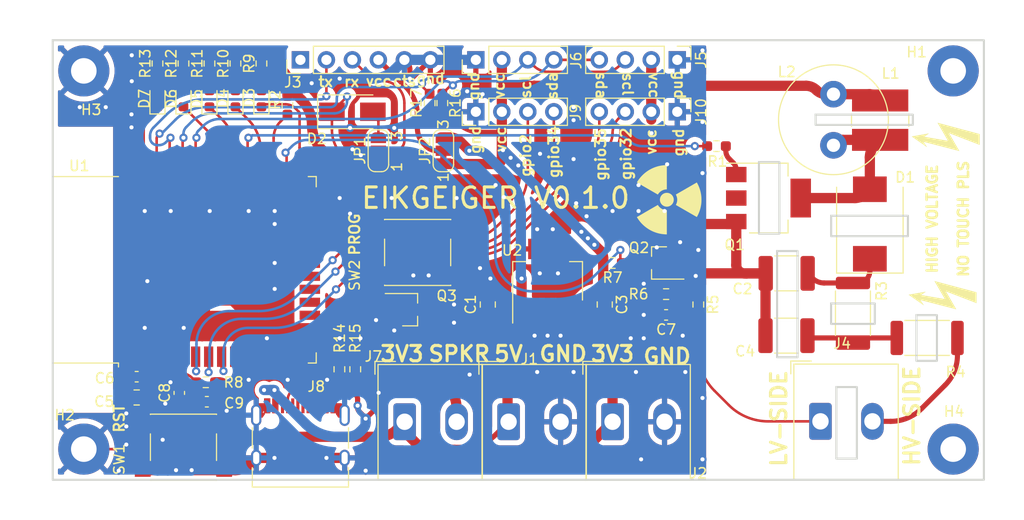
<source format=kicad_pcb>
(kicad_pcb (version 20211014) (generator pcbnew)
  (layers (0 "F.Cu" signal) (31 "B.Cu" signal) (34 "B.Paste" user) (35 "F.Paste" user) (36 "B.SilkS" user "B.Silkscreen") (37 "F.SilkS" user "F.Silkscreen") (38 "B.Mask" user) (39 "F.Mask" user) (44 "Edge.Cuts" user))
  (net 0 "")
  (net 1 "+5V")
  (net 2 "GNDREF")
  (net 3 "Net-(C2-Pad1)")
  (net 4 "+3.3V")
  (net 5 "Net-(C4-Pad1)")
  (net 6 "Net-(C7-Pad1)")
  (net 7 "RST")
  (net 8 "Net-(D1-Pad2)")
  (net 9 "RXD")
  (net 10 "RX5V")
  (net 11 "PGM{slash}GPIO0")
  (net 12 "Net-(D3-Pad2)")
  (net 13 "LED1")
  (net 14 "Net-(D4-Pad2)")
  (net 15 "LED2")
  (net 16 "Net-(D5-Pad2)")
  (net 17 "LED3")
  (net 18 "Net-(D6-Pad2)")
  (net 19 "LED4")
  (net 20 "Net-(D7-Pad2)")
  (net 21 "Net-(D2-Pad2)")
  (net 23 "TXD")
  (net 24 "SCL")
  (net 25 "SDA")
  (net 26 "VIN")
  (net 27 "Net-(Q1-Pad1)")
  (net 28 "Net-(Q2-Pad1)")
  (net 29 "PULSE")
  (net 30 "CLICKER")
  (net 31 "PWM")
  (net 32 "Net-(J7-Pad2)")
  (net 44 "Net-(R2-Pad1)")
  (net 46 "Net-(J8-PadA5)")
  (net 51 "Net-(J8-PadB5)")
  (net 58 "GPIO02")
  (net 59 "GPIO34")
  (net 60 "GPIO32")
  (net 61 "GPIO35")
  (net 64 "Net-(J4-Pad2)")
  (footprint "LED_SMD:LED_0603_1608Metric" (layer "F.Cu") (at 119.355 81.73 90)
    (fp_text reference "D4")
    (fp_text value "0603RBD0700S01")
  )
  (footprint "Resistor_SMD:R_0603_1608Metric_Pad0.98x0.95mm_HandSolder" (layer "F.Cu") (at 166.37 86.36 180)
    (fp_text reference "R1")
    (fp_text value "47R")
  )
  (footprint "LED_SMD:LED_0603_1608Metric" (layer "F.Cu") (at 121.895 81.73 90)
    (fp_text reference "D3")
    (fp_text value "0603RBD0700S01")
  )
  (footprint "Connector_PinHeader_2.54mm:PinHeader_1x04_P2.54mm_Vertical" (layer "F.Cu") (at 142.85 83 90)
    (fp_text reference "J9")
    (fp_text value "Conn_01x04")
  )
  (footprint "Resistor_SMD:R_2512_6332Metric" (layer "F.Cu") (at 179.705 102.7105 -90)
    (fp_text reference "R3")
    (fp_text value "1M")
  )
  (footprint "Capacitor_SMD:C_0805_2012Metric_Pad1.18x1.45mm_HandSolder" (layer "F.Cu") (at 155.448 101.854 -90)
    (fp_text reference "C3")
    (fp_text value "22uF")
  )
  (footprint "Capacitor_SMD:C_0805_2012Metric_Pad1.18x1.45mm_HandSolder" (layer "F.Cu") (at 144.018 101.854 90)
    (fp_text reference "C1")
    (fp_text value "22uF")
  )
  (footprint "Fredriklib:TB010-508-02BE" (layer "F.Cu") (at 156.21 113.324)
    (fp_text reference "J2")
    (fp_text value "Conn_01x02")
  )
  (footprint "Fredriklib:TB010-508-02BE" (layer "F.Cu") (at 135.89 113.324)
    (fp_text reference "J7")
    (fp_text value "Conn_01x02")
  )
  (footprint "Resistor_SMD:R_0603_1608Metric_Pad0.98x0.95mm_HandSolder" (layer "F.Cu") (at 139.574125 82.151416 90)
    (fp_text reference "R16")
    (fp_text value "10k")
  )
  (footprint "Connector_PinHeader_2.54mm:PinHeader_1x06_P2.54mm_Vertical" (layer "F.Cu") (at 125.705 77.92 90)
    (fp_text reference "J3")
    (fp_text value "Conn_01x06")
  )
  (footprint "Package_TO_SOT_SMD:SOT-223" (layer "F.Cu") (at 171.45 91.44)
    (fp_text reference "Q1")
    (fp_text value "STN0214")
  )
  (footprint "Resistor_SMD:R_0603_1608Metric_Pad0.98x0.95mm_HandSolder" (layer "F.Cu") (at 164.592 101.854 -90)
    (fp_text reference "R5")
    (fp_text value "1.5k")
  )
  (footprint "Resistor_SMD:R_0603_1608Metric_Pad0.98x0.95mm_HandSolder" (layer "F.Cu") (at 161.4435 100.838)
    (fp_text reference "R6")
    (fp_text value "100k")
  )
  (footprint "LED_SMD:LED_0603_1608Metric" (layer "F.Cu") (at 111.735 81.73 90)
    (fp_text reference "D7")
    (fp_text value "0603RBD0700S01")
  )
  (footprint "MountingHole:MountingHole_2.5mm_Pad" (layer "F.Cu") (at 104.535 79)
    (fp_text reference "H3")
    (fp_text value "MountingHole_Pad")
  )
  (footprint "Resistor_SMD:R_0603_1608Metric_Pad0.98x0.95mm_HandSolder" (layer "F.Cu") (at 131.064 108.19 90)
    (fp_text reference "R15")
    (fp_text value "5.1k")
  )
  (footprint "Connector_PinHeader_2.54mm:PinHeader_1x04_P2.54mm_Vertical" (layer "F.Cu") (at 162.535 77.92 -90)
    (fp_text reference "J5")
    (fp_text value "Conn_01x04")
  )
  (footprint "Resistor_SMD:R_0603_1608Metric_Pad0.98x0.95mm_HandSolder" (layer "F.Cu") (at 116.4575 109.46)
    (fp_text reference "R8")
    (fp_text value "10k")
  )
  (footprint "Resistor_SMD:R_0603_1608Metric_Pad0.98x0.95mm_HandSolder" (layer "F.Cu") (at 124.435 82.365 90)
    (fp_text reference "R2")
    (fp_text value "10k")
  )
  (footprint "Package_TO_SOT_SMD:SOT-223-3_TabPin2" (layer "F.Cu") (at 149.86 99.568 90)
    (fp_text reference "U2")
    (fp_text value "AP7361C-33E")
  )
  (footprint "Diode_SMD:D_SMA" (layer "F.Cu") (at 130.785 83)
    (fp_text reference "D2")
    (fp_text value "VS-E7MH0112HM3/I")
  )
  (footprint "Connector_USB:USB_C_Receptacle_HRO_TYPE-C-31-M-12" (layer "F.Cu") (at 125.705 115.81)
    (fp_text reference "J8")
    (fp_text value "USB_C_Receptacle_USB2.0")
  )
  (footprint "Connector_PinHeader_2.54mm:PinHeader_1x04_P2.54mm_Vertical" (layer "F.Cu") (at 162.535 83 -90)
    (fp_text reference "J10")
    (fp_text value "Conn_01x04")
  )
  (footprint "Button_Switch_SMD:SW_SPST_PTS645" (layer "F.Cu") (at 114.275 115.81 180)
    (fp_text reference "SW1")
    (fp_text value "TL3301NF160QG/TR")
  )
  (footprint "Resistor_SMD:R_0603_1608Metric_Pad0.98x0.95mm_HandSolder" (layer "F.Cu") (at 114.275 78.2775 -90)
    (fp_text reference "R12")
    (fp_text value "270R")
  )
  (footprint "Resistor_SMD:R_0603_1608Metric_Pad0.98x0.95mm_HandSolder" (layer "F.Cu") (at 156.21 97.79 180)
    (fp_text reference "R7")
    (fp_text value "27k")
  )
  (footprint "Package_TO_SOT_SMD:SOT-23_Handsoldering" (layer "F.Cu") (at 136.398 102.362)
    (fp_text reference "Q3")
    (fp_text value "PMBT2222A,215")
  )
  (footprint "Inductor_SMD:L_TracoPower_TCK-047_5.2x5.8mm" (layer "F.Cu") (at 182.362725 83.82 -90)
    (fp_text reference "L1")
    (fp_text value "SDR0503-153JL")
  )
  (footprint "Jumper:SolderJumper-3_P1.3mm_Bridged12_RoundedPad1.0x1.5mm_NumberLabels" (layer "F.Cu") (at 133.325 86.81 90)
    (fp_text reference "JP1")
    (fp_text value "SolderJumper_3_Bridged12")
  )
  (footprint "Resistor_SMD:R_0603_1608Metric_Pad0.98x0.95mm_HandSolder" (layer "F.Cu") (at 138.334125 82.151416 90)
    (fp_text reference "R17")
    (fp_text value "10k")
  )
  (footprint "Capacitor_SMD:C_0603_1608Metric_Pad1.08x0.95mm_HandSolder" (layer "F.Cu") (at 116.561 111.365)
    (fp_text reference "C9")
    (fp_text value "0.1uF")
  )
  (footprint "Button_Switch_SMD:SW_SPST_PTS645" (layer "F.Cu") (at 137.16 96.76 180)
    (fp_text reference "SW2")
    (fp_text value "TL3301NF160QG/TR")
  )
  (footprint "Fredriklib:TB010-508-02BE" (layer "F.Cu") (at 146.05 113.324)
    (fp_text reference "J1")
    (fp_text value "Conn_01x02")
  )
  (footprint "Capacitor_SMD:C_1812_4532Metric" (layer "F.Cu") (at 173.228 98.806 180)
    (fp_text reference "C2")
    (fp_text value "0.01uF/1kV")
  )
  (footprint "MountingHole:MountingHole_2.5mm_Pad" (layer "F.Cu") (at 189.5 116)
    (fp_text reference "H4")
    (fp_text value "MountingHole_Pad")
  )
  (footprint "Resistor_SMD:R_2512_6332Metric" (layer "F.Cu") (at 186.954163 105.123469)
    (fp_text reference "R4")
    (fp_text value "4.7M")
  )
  (footprint "Inductor_THT:L_Radial_D10.5mm_P5.00mm_Abacron_AISR-01" (layer "F.Cu") (at 177.8 81.28 -90)
    (fp_text reference "L2")
    (fp_text value "RLB1314-153KL")
  )
  (footprint "Package_TO_SOT_SMD:SOT-23_Handsoldering" (layer "F.Cu") (at 160.782 97.79 180)
    (fp_text reference "Q2")
    (fp_text value "PMBT2222A,215")
  )
  (footprint "Diode_SMD:D_SMC" (layer "F.Cu") (at 181.356 93.98 90)
    (fp_text reference "D1")
    (fp_text value "STTH212S")
  )
  (footprint "Resistor_SMD:R_0603_1608Metric_Pad0.98x0.95mm_HandSolder" (layer "F.Cu") (at 129.515 108.19 90)
    (fp_text reference "R14")
    (fp_text value "5.1k")
  )
  (footprint "Resistor_SMD:R_0603_1608Metric_Pad0.98x0.95mm_HandSolder" (layer "F.Cu") (at 121.895 78.2775 -90)
    (fp_text reference "R9")
    (fp_text value "270R")
  )
  (footprint "Jumper:SolderJumper-3_P1.3mm_Bridged12_RoundedPad1.0x1.5mm_NumberLabels" (layer "F.Cu") (at 139.675 86.81 90)
    (fp_text reference "JP2")
    (fp_text value "SolderJumper_3_Bridged12")
  )
  (footprint "Capacitor_SMD:C_0805_2012Metric_Pad1.18x1.45mm_HandSolder" (layer "F.Cu") (at 109.703 110.948 180)
    (fp_text reference "C5")
    (fp_text value "22uF")
  )
  (footprint "Capacitor_SMD:C_0603_1608Metric_Pad1.08x0.95mm_HandSolder" (layer "F.Cu") (at 109.703 108.916 180)
    (fp_text reference "C6")
    (fp_text value "0.1uF")
  )
  (footprint "Resistor_SMD:R_0603_1608Metric_Pad0.98x0.95mm_HandSolder" (layer "F.Cu") (at 119.355 78.2775 -90)
    (fp_text reference "R10")
    (fp_text value "270R")
  )
  (footprint "Fredriklib:TB010-508-02BE" (layer "F.Cu") (at 176.53 113.284)
    (fp_text reference "J4")
    (fp_text value "Conn_01x02")
  )
  (footprint "LED_SMD:LED_0603_1608Metric" (layer "F.Cu") (at 116.815 81.73 90)
    (fp_text reference "D5")
    (fp_text value "0603RBD0700S01")
  )
  (footprint "Capacitor_SMD:C_0603_1608Metric_Pad1.08x0.95mm_HandSolder" (layer "F.Cu") (at 161.4435 102.87 180)
    (fp_text reference "C7")
    (fp_text value "330pF")
  )
  (footprint "MountingHole:MountingHole_2.5mm_Pad" (layer "F.Cu") (at 189.5 79 90)
    (fp_text reference "H1")
    (fp_text value "MountingHole_Pad")
  )
  (footprint "MountingHole:MountingHole_2.5mm_Pad" (layer "F.Cu") (at 104.535 116 90)
    (fp_text reference "H2")
    (fp_text value "MountingHole_Pad")
  )
  (footprint "LED_SMD:LED_0603_1608Metric" (layer "F.Cu") (at 114.275 81.73 90)
    (fp_text reference "D6")
    (fp_text value "0603RBD0700S01")
  )
  (footprint "Connector_PinHeader_2.54mm:PinHeader_1x04_P2.54mm_Vertical" (layer "F.Cu") (at 142.85 77.92 90)
    (fp_text reference "J6")
    (fp_text value "Conn_01x04")
  )
  (footprint "Capacitor_SMD:C_1812_4532Metric" (layer "F.Cu") (at 173.2085 104.902 180)
    (fp_text reference "C4")
    (fp_text value "0.01uF/1kV")
  )
  (footprint "Resistor_SMD:R_0603_1608Metric_Pad0.98x0.95mm_HandSolder" (layer "F.Cu") (at 116.815 78.2775 -90)
    (fp_text reference "R11")
    (fp_text value "270R")
  )
  (footprint "Capacitor_SMD:C_0603_1608Metric_Pad1.08x0.95mm_HandSolder" (layer "F.Cu") (at 113.8675 110.5025 90)
    (fp_text reference "C8")
    (fp_text value "0.1uF")
  )
  (footprint "Resistor_SMD:R_0603_1608Metric_Pad0.98x0.95mm_HandSolder" (layer "F.Cu") (at 111.735 78.2775 -90)
    (fp_text reference "R13")
    (fp_text value "270R")
  )
  (footprint "RF_Module:ESP32-WROOM-32" (layer "F.Cu") (at 117.37 98.46 90)
    (fp_text reference "U1")
    (fp_text value "ESP32-WROOM-32E")
  )
  (gr_poly (pts (xy 188.773448 100.55643) (xy 189.787754 102.313237) (xy 186.27303 101.404843) (xy 186.622994 101.922606) (xy 185.16059 100.898616) (xy 185.160827 100.898616) (xy 186.803889 100.608871) (xy 186.34669 100.929017) (xy 188.700952 101.333194) (xy 187.681777 99.568) (xy 191.77541 100.664883) (xy 191.77541 101.710781)) (layer "F.SilkS") (width 0.02) (fill solid))
  (gr_poly (pts (xy 159.348742 92.856909) (xy 160.608026 92.129305) (xy 160.635014 92.113959) (xy 160.667822 92.163701) (xy 160.700386 92.210361) (xy 160.735306 92.254852) (xy 160.772482 92.297114) (xy 160.811813 92.337086) (xy 160.8532 92.374707) (xy 160.896543 92.409918) (xy 160.941741 92.442658) (xy 160.988695 92.472867) (xy 161.037305 92.500483) (xy 161.087471 92.525446) (xy 161.139092 92.547697) (xy 161.192069 92.567174) (xy 161.246302 92.583817) (xy 161.30169 92.597566) (xy 161.358134 92.60836) (xy 161.415534 92.616138) (xy 161.437553 92.618387) (xy 161.459124 92.620239) (xy 161.468983 92.620955) (xy 161.477819 92.621496) (xy 161.485327 92.621839) (xy 161.491205 92.621959) (xy 161.515018 92.621959) (xy 161.515018 94.994214) (xy 161.409184 94.990509) (xy 161.277023 94.983471) (xy 161.145918 94.971507) (xy 161.015969 94.954653) (xy 160.887277 94.932946) (xy 160.759944 94.90642) (xy 160.634069 94.875112) (xy 160.509754 94.839056) (xy 160.387099 94.79829) (xy 160.266205 94.752847) (xy 160.147173 94.702765) (xy 160.030104 94.648078) (xy 159.915099 94.588822) (xy 159.802257 94.525034) (xy 159.691681 94.456748) (xy 159.58347 94.384) (xy 159.477726 94.306826) (xy 159.41503 94.258138) (xy 159.353736 94.208307) (xy 159.29383 94.157318) (xy 159.235301 94.105156) (xy 159.178137 94.051806) (xy 159.122324 93.997254) (xy 159.067851 93.941485) (xy 159.014705 93.884485) (xy 158.962874 93.826238) (xy 158.912344 93.76673) (xy 158.863105 93.705946) (xy 158.815143 93.643871) (xy 158.768446 93.580491) (xy 158.723002 93.515791) (xy 158.678798 93.449756) (xy 158.635822 93.382372) (xy 158.626552 93.367149) (xy 158.617921 93.352664) (xy 158.610121 93.339258) (xy 158.603344 93.327272) (xy 158.597783 93.317048) (xy 158.593629 93.308925) (xy 158.59214 93.305759) (xy 158.591075 93.303246) (xy 158.590458 93.301429) (xy 158.590325 93.300795) (xy 158.590313 93.300351)) (layer "F.SilkS") (width 0.003) (fill solid))
  (gr_poly (pts (xy 160.84058 91.562876) (xy 160.84496 91.5182) (xy 160.852267 91.474051) (xy 160.862439 91.43058) (xy 160.875414 91.387936) (xy 160.89113 91.346271) (xy 160.909525 91.305734) (xy 160.930536 91.266476) (xy 160.954103 91.228648) (xy 160.980162 91.192399) (xy 161.008653 91.15788) (xy 161.039512 91.125242) (xy 161.072678 91.094635) (xy 161.090106 91.08014) (xy 161.108088 91.066209) (xy 161.134278 91.047556) (xy 161.161024 91.030287) (xy 161.188284 91.014401) (xy 161.216011 90.999893) (xy 161.244163 90.98676) (xy 161.272695 90.974998) (xy 161.301561 90.964603) (xy 161.330719 90.955572) (xy 161.360123 90.947902) (xy 161.389729 90.941588) (xy 161.419493 90.936628) (xy 161.44937 90.933018) (xy 161.479316 90.930753) (xy 161.509287 90.929831) (xy 161.539238 90.930248) (xy 161.569125 90.932) (xy 161.598903 90.935083) (xy 161.628529 90.939495) (xy 161.657957 90.945231) (xy 161.687144 90.952289) (xy 161.716044 90.960663) (xy 161.744614 90.970352) (xy 161.77281 90.981351) (xy 161.800586 90.993656) (xy 161.827898 91.007264) (xy 161.854703 91.022172) (xy 161.880956 91.038375) (xy 161.906611 91.055871) (xy 161.931626 91.074656) (xy 161.955955 91.094725) (xy 161.979555 91.116076) (xy 162.00238 91.138705) (xy 162.027093 91.165845) (xy 162.050209 91.194217) (xy 162.071696 91.223729) (xy 162.09152 91.254287) (xy 162.109648 91.285796) (xy 162.126047 91.318164) (xy 162.140683 91.351296) (xy 162.153523 91.385098) (xy 162.164534 91.419478) (xy 162.173682 91.45434) (xy 162.180934 91.489591) (xy 162.186257 91.525137) (xy 162.189617 91.560885) (xy 162.190981 91.596741) (xy 162.190316 91.632611) (xy 162.187588 91.668401) (xy 162.183866 91.698901) (xy 162.179045 91.728701) (xy 162.173117 91.757819) (xy 162.166074 91.786273) (xy 162.157909 91.814082) (xy 162.148614 91.841265) (xy 162.138181 91.86784) (xy 162.126602 91.893826) (xy 162.11387 91.919241) (xy 162.099976 91.944105) (xy 162.084914 91.968435) (xy 162.068675 91.992251) (xy 162.051251 92.01557) (xy 162.032636 92.038412) (xy 162.01282 92.060796) (xy 161.991797 92.082738) (xy 161.969854 92.103762) (xy 161.94747 92.123577) (xy 161.924625 92.142193) (xy 161.901301 92.159616) (xy 161.877478 92.175855) (xy 161.853136 92.190918) (xy 161.828256 92.204811) (xy 161.802818 92.217544) (xy 161.776804 92.229122) (xy 161.750194 92.239556) (xy 161.722968 92.248851) (xy 161.695108 92.257016) (xy 161.666593 92.264059) (xy 161.637405 92.269987) (xy 161.607524 92.274808) (xy 161.57693 92.27853) (xy 161.543873 92.281139) (xy 161.511012 92.282045) (xy 161.478391 92.281285) (xy 161.446059 92.278895) (xy 161.41406 92.274912) (xy 161.382442 92.269371) (xy 161.351251 92.262311) (xy 161.320532 92.253767) (xy 161.290333 92.243775) (xy 161.2607 92.232373) (xy 161.231679 92.219597) (xy 161.203316 92.205483) (xy 161.175657 92.190069) (xy 161.14875 92.173389) (xy 161.122639 92.155482) (xy 161.097373 92.136383) (xy 161.072996 92.116129) (xy 161.049555 92.094756) (xy 161.027097 92.072302) (xy 161.005668 92.048803) (xy 160.985313 92.024294) (xy 160.966081 91.998813) (xy 160.948016 91.972397) (xy 160.931165 91.945081) (xy 160.915574 91.916902) (xy 160.90129 91.887897) (xy 160.88836 91.858103) (xy 160.876828 91.827555) (xy 160.866742 91.796291) (xy 160.858148 91.764346) (xy 160.851093 91.731758) (xy 160.845622 91.698563) (xy 160.842842 91.675886) (xy 160.840849 91.653208) (xy 160.839189 91.607929)) (layer "F.SilkS") (width 0.003) (fill solid))
  (gr_poly (pts (xy 158.589389 89.908573) (xy 158.591323 89.90424) (xy 158.598689 89.890484) (xy 158.610185 89.870799) (xy 158.625172 89.846216) (xy 158.663066 89.786469) (xy 158.707259 89.71948) (xy 158.787768 89.605171) (xy 158.872445 89.494674) (xy 158.961171 89.388083) (xy 159.053822 89.285489) (xy 159.150278 89.186985) (xy 159.250417 89.092663) (xy 159.354117 89.002614) (xy 159.461256 88.916933) (xy 159.571712 88.83571) (xy 159.685365 88.759037) (xy 159.802092 88.687008) (xy 159.921771 88.619715) (xy 160.044282 88.557248) (xy 160.169501 88.499702) (xy 160.297308 88.447168) (xy 160.42758 88.399738) (xy 160.545812 88.361733) (xy 160.665209 88.328268) (xy 160.785847 88.299316) (xy 160.907799 88.274855) (xy 161.03114 88.254858) (xy 161.155945 88.239302) (xy 161.282288 88.22816) (xy 161.410243 88.22141) (xy 161.515018 88.217705) (xy 161.515018 90.589959) (xy 161.491205 90.589959) (xy 161.475075 90.590414) (xy 161.455428 90.591712) (xy 161.433116 90.593754) (xy 161.408986 90.596442) (xy 161.383889 90.599674) (xy 161.358674 90.603354) (xy 161.33419 90.60738) (xy 161.311288 90.611655) (xy 161.262645 90.622768) (xy 161.214611 90.636417) (xy 161.167289 90.652533) (xy 161.12078 90.671046) (xy 161.075186 90.691887) (xy 161.030608 90.714988) (xy 160.987148 90.74028) (xy 160.944907 90.767693) (xy 160.903987 90.797159) (xy 160.864489 90.828608) (xy 160.826515 90.861972) (xy 160.790167 90.897182) (xy 160.755546 90.934168) (xy 160.722753 90.972862) (xy 160.69189 91.013194) (xy 160.663059 91.055097) (xy 160.657399 91.063576) (xy 160.652005 91.071435) (xy 160.646995 91.0785) (xy 160.644671 91.081681) (xy 160.642488 91.084598) (xy 160.64046 91.08723) (xy 160.638601 91.089555) (xy 160.636927 91.091551) (xy 160.635452 91.093197) (xy 160.634191 91.094471) (xy 160.633645 91.094961) (xy 160.633158 91.095351) (xy 160.632732 91.095636) (xy 160.632369 91.095815) (xy 160.632071 91.095885) (xy 160.631838 91.095843) (xy 158.822617 90.051797) (xy 158.731824 89.998773) (xy 158.657452 89.954629) (xy 158.628826 89.937297) (xy 158.607189 89.923879) (xy 158.593502 89.914938) (xy 158.58994 89.912323) (xy 158.588726 89.911039)) (layer "F.SilkS") (width 0.003) (fill solid))
  (gr_poly (pts (xy 162.429947 91.077851) (xy 163.453884 90.486772) (xy 164.442367 89.91633) (xy 164.451364 89.927972) (xy 164.46012 89.941859) (xy 164.474283 89.96694) (xy 164.512879 90.039295) (xy 164.555246 90.122267) (xy 164.574122 90.160618) (xy 164.589476 90.193084) (xy 164.647859 90.326825) (xy 164.674721 90.394065) (xy 164.700047 90.46162) (xy 164.723851 90.52954) (xy 164.746146 90.597878) (xy 164.766944 90.666684) (xy 164.78626 90.736009) (xy 164.804106 90.805905) (xy 164.820496 90.876422) (xy 164.835442 90.947613) (xy 164.848958 91.019527) (xy 164.871752 91.165732) (xy 164.888984 91.315447) (xy 164.893326 91.373598) (xy 164.896434 91.444406) (xy 164.898314 91.523611) (xy 164.898972 91.606951) (xy 164.898415 91.690168) (xy 164.896649 91.769) (xy 164.893679 91.839188) (xy 164.889513 91.896472) (xy 164.881219 91.973063) (xy 164.8716 92.048503) (xy 164.860636 92.122868) (xy 164.848304 92.196236) (xy 164.834584 92.268683) (xy 164.819453 92.340286) (xy 164.802889 92.411122) (xy 164.784871 92.481267) (xy 164.765377 92.550798) (xy 164.744386 92.619792) (xy 164.721875 92.688325) (xy 164.697823 92.756475) (xy 164.672209 92.824318) (xy 164.64501 92.89193) (xy 164.616205 92.959389) (xy 164.585772 93.026772) (xy 164.568381 93.063159) (xy 164.548441 93.103559) (xy 164.527273 93.145434) (xy 164.506199 93.186249) (xy 164.486538 93.223468) (xy 164.469612 93.254553) (xy 164.456741 93.276969) (xy 164.452239 93.284134) (xy 164.449247 93.28818) (xy 164.446536 93.290622) (xy 164.429941 93.284005) (xy 164.270984 93.195642) (xy 162.861218 92.382776) (xy 162.395551 92.113959) (xy 162.425713 92.052576) (xy 162.440649 92.020857) (xy 162.454492 91.988459) (xy 162.467226 91.955457) (xy 162.478837 91.92193) (xy 162.489309 91.887952) (xy 162.49863 91.853602) (xy 162.506783 91.818956) (xy 162.513753 91.78409) (xy 162.519527 91.749082) (xy 162.52409 91.714007) (xy 162.527426 91.678944) (xy 162.529521 91.643968) (xy 162.530361 91.609157) (xy 162.529929 91.574587) (xy 162.528213 91.540334) (xy 162.525197 91.506476) (xy 162.522481 91.483544) (xy 162.519295 91.460786) (xy 162.515638 91.438201) (xy 162.511513 91.41579) (xy 162.50692 91.393553) (xy 162.501859 91.371489) (xy 162.496331 91.349599) (xy 162.490338 91.327882) (xy 162.48388 91.306339) (xy 162.476957 91.28497) (xy 162.469571 91.263774) (xy 162.461722 91.242752) (xy 162.453411 91.221904) (xy 162.444638 91.201229) (xy 162.435406 91.180728) (xy 162.425713 91.160401) (xy 162.395022 91.097959)) (layer "F.SilkS") (width 0.003) (fill solid))
  (gr_poly (pts (xy 189.077009 85.075236) (xy 190.091315 86.832043) (xy 186.576591 85.923649) (xy 186.926555 86.441412) (xy 185.464151 85.417422) (xy 185.464388 85.417422) (xy 187.10745 85.127677) (xy 186.650251 85.447823) (xy 189.004513 85.852) (xy 187.985338 84.086806) (xy 192.078971 85.183689) (xy 192.078971 86.229587)) (layer "F.SilkS") (width 0.02) (fill solid))
  (gr_rect (start 178.085029 116.929903) (end 180.085029 109.929903) (layer "Edge.Cuts") (width 0.2) (fill none))
  (gr_rect (start 185.556187 84.280222) (end 176.056187 83.280222) (layer "Edge.Cuts") (width 0.2) (fill none))
  (gr_rect (start 185.075755 95.1707) (end 177.575755 93.1707) (layer "Edge.Cuts") (width 0.2) (fill none))
  (gr_rect (start 172.288758 107.015646) (end 174.288758 96.623762) (layer "Edge.Cuts") (width 0.2) (fill none))
  (gr_rect (start 185.91036 107.366284) (end 187.91036 102.892607) (layer "Edge.Cuts") (width 0.2) (fill none))
  (gr_rect (start 170.51638 94.922483) (end 172.51638 87.922483) (layer "Edge.Cuts") (width 0.2) (fill none))
  (gr_rect (start 181.840666 103.751069) (end 177.566841 101.751069) (layer "Edge.Cuts") (width 0.2) (fill none))
  (gr_rect (start 101.5 76) (end 192.5 119) (layer "Edge.Cuts") (width 0.2) (fill none))
  (gr_text "tx\n" (at 128.1684 80.0608) (layer "F.SilkS") (effects (font (size 1 1) (thickness 0.2))))
  (gr_text "GND" (at 161.544 106.934) (layer "F.SilkS") (effects (font (size 1.5 1.5) (thickness 0.3))))
  (gr_text "gnd" (at 162.6616 86.0044 90) (layer "F.SilkS") (effects (font (size 1 1) (thickness 0.2))))
  (gr_text "scl" (at 157.6832 80.3148 270) (layer "F.SilkS") (effects (font (size 1 1) (thickness 0.2))))
  (gr_text "HV-SIDE" (at 185.471395 112.740307 90) (layer "F.SilkS") (effects (font (size 1.5 1.5) (thickness 0.3))))
  (gr_text "gnd" (at 138.43 79.756) (layer "F.SilkS") (effects (font (size 1 1) (thickness 0.2))))
  (gr_text "gpio34" (at 150.4696 86.9188 90) (layer "F.SilkS") (effects (font (size 1 1) (thickness 0.2))))
  (gr_text "SPKR\n" (at 141.224 106.68) (layer "F.SilkS") (effects (font (size 1.5 1.5) (thickness 0.3))))
  (gr_text "vcc" (at 160.274 80.4164 270) (layer "F.SilkS") (effects (font (size 1 1) (thickness 0.2))))
  (gr_text "3V3" (at 156.21 106.68) (layer "F.SilkS") (effects (font (size 1.5 1.5) (thickness 0.3))))
  (gr_text "gnd" (at 142.7988 85.7504 90) (layer "F.SilkS") (effects (font (size 1 1) (thickness 0.2))))
  (gr_text "gpio2" (at 147.7264 87.2744 90) (layer "F.SilkS") (effects (font (size 1 1) (thickness 0.2))))
  (gr_text "vcc" (at 133.35 80.01) (layer "F.SilkS") (effects (font (size 1 1) (thickness 0.2))))
  (gr_text "EIKGEIGER V0.1.0" (at 144.78 91.44) (layer "F.SilkS") (effects (font (size 2 2) (thickness 0.3))))
  (gr_text "GND" (at 151.384 106.68) (layer "F.SilkS") (effects (font (size 1.5 1.5) (thickness 0.3))))
  (gr_text "sda\n" (at 150.3172 80.4672 90) (layer "F.SilkS") (effects (font (size 1 1) (thickness 0.2))))
  (gr_text "rx" (at 130.7084 80.0608) (layer "F.SilkS") (effects (font (size 1 1) (thickness 0.2))))
  (gr_text "vcc" (at 145.288 85.6996 90) (layer "F.SilkS") (effects (font (size 1 1) (thickness 0.2))))
  (gr_text "gnd" (at 142.6464 80.518 90) (layer "F.SilkS") (effects (font (size 1 1) (thickness 0.2))))
  (gr_text "RST\n" (at 108 113 90) (layer "F.SilkS") (effects (font (size 1 1) (thickness 0.2))))
  (gr_text "gnd" (at 162.7632 80.3656 270) (layer "F.SilkS") (effects (font (size 1 1) (thickness 0.2))))
  (gr_text "vcc" (at 145.1356 80.4672 90) (layer "F.SilkS") (effects (font (size 1 1) (thickness 0.2))))
  (gr_text "vcc" (at 159.9692 85.9536 90) (layer "F.SilkS") (effects (font (size 1 1) (thickness 0.2))))
  (gr_text "gpio35\n" (at 155.0416 87.1728 90) (layer "F.SilkS") (effects (font (size 1 1) (thickness 0.2))))
  (gr_text "sda\n" (at 155.0924 80.4164 270) (layer "F.SilkS") (effects (font (size 1 1) (thickness 0.2))))
  (gr_text "PROG" (at 131 95 90) (layer "F.SilkS") (effects (font (size 1 1) (thickness 0.2))))
  (gr_text "cts" (at 135.89 80.01) (layer "F.SilkS") (effects (font (size 1 1) (thickness 0.2))))
  (gr_text "scl" (at 147.7264 80.5688 90) (layer "F.SilkS") (effects (font (size 1 1) (thickness 0.2))))
  (gr_text "LV-SIDE" (at 172.466 113 90) (layer "F.SilkS") (effects (font (size 1.5 1.5) (thickness 0.3))))
  (gr_text "HIGH VOLTAGE" (at 187.452 93.472 90) (layer "F.SilkS") (effects (font (size 1 1) (thickness 0.25))))
  (gr_text "gpio32" (at 157.5308 87.122 90) (layer "F.SilkS") (effects (font (size 1 1) (thickness 0.2))))
  (gr_text "3V3" (at 135.636 106.68) (layer "F.SilkS") (effects (font (size 1.5 1.5) (thickness 0.3))))
  (gr_text "5V" (at 146.05 106.68) (layer "F.SilkS") (effects (font (size 1.5 1.5) (thickness 0.3))))
  (gr_text "NO TOUCH PLS" (at 190.5 93.472 90) (layer "F.SilkS") (effects (font (size 1 1) (thickness 0.25))))
  (segment (start 123.255 110.375639) (end 123.255 111.765) (width 0.5) (layer "F.Cu") (net 1))
  (segment (start 123.21 110.267) (end 123.165 110.222) (width 0.5) (layer "F.Cu") (net 1))
  (segment (start 145.142 102.718) (end 146.754 102.718) (width 1) (layer "F.Cu") (net 1))
  (segment (start 140.295 85.51) (end 139.675 85.51) (width 1) (layer "F.Cu") (net 1))
  (segment (start 147.32 102.308294) (end 147.32 99.314) (width 1) (layer "F.Cu") (net 1))
  (segment (start 131.293 111.111) (end 131.293 111.746) (width 0.5) (layer "F.Cu") (net 1))
  (segment (start 146.754 102.718) (end 147.390294 102.718) (width 1) (layer "F.Cu") (net 1))
  (segment (start 144.8 114.574) (end 145.999 113.375) (width 0.5) (layer "F.Cu") (net 1))
  (segment (start 145.142 102.718) (end 144.314183 102.718) (width 1) (layer "F.Cu") (net 1))
  (segment (start 131.293 111.95289) (end 131.293 111.746) (width 0.5) (layer "F.Cu") (net 1))
  (segment (start 145.948 103.524) (end 145.948 113.149875) (width 1) (layer "F.Cu") (net 1))
  (segment (start 133.703024 111.392975) (end 132.782 112.314) (width 0.5) (layer "F.Cu") (net 1))
  (segment (start 131.439293 112.306074) (end 132.055527 112.922308) (width 0.5) (layer "F.Cu") (net 1))
  (segment (start 122.149 110.222) (end 123.165 110.222) (width 0.5) (layer "F.Cu") (net 1))
  (segment (start 138.176 112.22442) (end 138.176 113.222369) (width 0.5) (layer "F.Cu") (net 1))
  (segment (start 132.08 113.016) (end 132.314 112.782) (width 0.5) (layer "F.Cu") (net 1))
  (segment (start 132.08 113.016) (end 132.08 112.98139) (width 0.5) (layer "F.Cu") (net 1))
  (segment (start 130.658 110.476) (end 128.308639 110.476) (width 0.5) (layer "F.Cu") (net 1))
  (segment (start 135.883 110.49) (end 136.441579 110.49) (width 0.5) (layer "F.Cu") (net 1))
  (segment (start 132.782 112.314) (end 132.314 112.782) (width 0.5) (layer "F.Cu") (net 1))
  (segment (start 141.782233 115.824) (end 140.77763 115.824) (width 0.5) (layer "F.Cu") (net 1))
  (segment (start 144.10475 102.80475) (end 144.018 102.8915) (width 1) (layer "F.Cu") (net 1))
  (segment (start 128.155 110.629639) (end 128.155 111.765) (width 0.5) (layer "F.Cu") (net 1))
  (segment (start 142.215 86.81) (end 141.353406 85.948406) (width 1) (layer "F.Cu") (net 1))
  (via (at 131.293 111.746) (size 0.8) (drill 0.4) (layers "F.Cu" "B.Cu") (net 1))
  (via (at 132.08 113.016) (size 0.8) (drill 0.4) (layers "F.Cu" "B.Cu") (net 1))
  (via (at 123.165 110.222) (size 0.8) (drill 0.4) (layers "F.Cu" "B.Cu") (net 1))
  (via (at 142.215 86.81) (size 0.8) (drill 0.4) (layers "F.Cu" "B.Cu") (net 1))
  (via (at 147.32 99.314) (size 0.8) (drill 0.4) (layers "F.Cu" "B.Cu") (net 1))
  (via (at 122.149 110.222) (size 0.8) (drill 0.4) (layers "F.Cu" "B.Cu") (net 1))
  (arc (start 137.668 110.998) (mid 137.105313 110.622024) (end 136.441579 110.49) (width 0.5) (layer "F.Cu") (net 1))
  (arc (start 145.948 103.524) (mid 145.711928 102.954071) (end 145.142 102.718) (width 1) (layer "F.Cu") (net 1))
  (arc (start 128.308639 110.476) (mid 128.249844 110.487695) (end 128.2 110.521) (width 0.5) (layer "F.Cu") (net 1))
  (arc (start 145.999 113.273) (mid 146.020124 113.324) (end 145.999 113.375) (width 1) (layer "F.Cu") (net 1))
  (arc (start 147.44 102.598) (mid 147.455237 102.674606) (end 147.390294 102.718) (width 1) (layer "F.Cu") (net 1))
  (arc (start 144.314183 102.718) (mid 144.200838 102.740545) (end 144.10475 102.80475) (width 1) (layer "F.Cu") (net 1))
  (arc (start 138.176 113.222369) (mid 138.374037 114.21797) (end 138.938 115.062) (width 0.5) (layer "F.Cu") (net 1))
  (arc (start 135.883 110.49) (mid 134.703205 110.724675) (end 133.703024 111.392975) (width 0.5) (layer "F.Cu") (net 1))
  (arc (start 123.21 110.267) (mid 123.243304 110.316844) (end 123.255 110.375639) (width 0.5) (layer "F.Cu") (net 1))
  (arc (start 138.938 115.062) (mid 139.782029 115.625962) (end 140.77763 115.824) (width 0.5) (layer "F.Cu") (net 1))
  (arc (start 131.293 111.95289) (mid 131.33102 112.144032) (end 131.439293 112.306074) (width 0.5) (layer "F.Cu") (net 1))
  (arc (start 137.668 110.998) (mid 138.043975 111.560686) (end 138.176 112.22442) (width 0.5) (layer "F.Cu") (net 1))
  (arc (start 147.32 102.308294) (mid 147.351186 102.465081) (end 147.44 102.598) (width 1) (layer "F.Cu") (net 1))
  (arc (start 144.8 114.574) (mid 143.415436 115.499135) (end 141.782233 115.824) (width 0.5) (layer "F.Cu") (net 1))
  (arc (start 146.754 102.718) (mid 146.184071 102.954071) (end 145.948 103.524) (width 1) (layer "F.Cu") (net 1))
  (arc (start 141.353406 85.948406) (mid 140.867805 85.623938) (end 140.295 85.51) (width 1) (layer "F.Cu") (net 1))
  (arc (start 128.2 110.521) (mid 128.166695 110.570844) (end 128.155 110.629639) (width 0.5) (layer "F.Cu") (net 1))
  (arc (start 132.055527 112.922308) (mid 132.073639 112.949415) (end 132.08 112.98139) (width 0.5) (layer "F.Cu") (net 1))
  (arc (start 145.948 113.149875) (mid 145.961254 113.216509) (end 145.999 113.273) (width 1) (layer "F.Cu") (net 1))
  (arc (start 131.293 111.111) (mid 131.107012 110.661987) (end 130.658 110.476) (width 0.5) (layer "F.Cu") (net 1))
  (segment (start 142.215 86.81) (end 142.85 86.81) (width 1) (layer "B.Cu") (net 1))
  (segment (start 122.784 110.222) (end 123.038 110.222) (width 1) (layer "B.Cu") (net 1))
  (segment (start 132.08 113.3915) (end 132.08 113.03) (width 1) (layer "B.Cu") (net 1))
  (segment (start 132.08 113.016) (end 132.08 113.002886) (width 0.5) (layer "B.Cu") (net 1))
  (segment (start 131.82438 114.008619) (end 131.5595 114.2735) (width 1) (layer "B.Cu") (net 1))
  (segment (start 131.524352 112.434124) (end 132.070727 112.980499) (width 0.5) (layer "B.Cu") (net 1))
  (segment (start 145.656207 88.981207) (end 143.934012 87.259012) (width 1) (layer "B.Cu") (net 1))
  (segment (start 147.285 99.279) (end 147.32 99.314) (width 1) (layer "B.Cu") (net 1))
  (segment (start 123.165 110.222) (end 123.038 110.222) (width 1) (layer "B.Cu") (net 1))
  (segment (start 129.261 114.794) (end 130.302901 114.794) (width 1) (layer "B.Cu") (net 1))
  (segment (start 126.225764 113.536764) (end 123.000802 110.311802) (width 1) (layer "B.Cu") (net 1))
  (segment (start 131.362859 111.865256) (end 131.362859 112.044245) (width 0.5) (layer "B.Cu") (net 1))
  (segment (start 147.25 92.828963) (end 147.25 99.194502) (width 1) (layer "B.Cu") (net 1))
  (segment (start 131.327929 111.780929) (end 131.293 111.746) (width 0.5) (layer "B.Cu") (net 1))
  (segment (start 122.784 110.222) (end 122.149 110.222) (width 1) (layer "B.Cu") (net 1))
  (arc (start 132.08 113.3915) (mid 132.013566 113.725482) (end 131.82438 114.008619) (width 1) (layer "B.Cu") (net 1))
  (arc (start 131.327929 111.780929) (mid 131.35378 111.819618) (end 131.362859 111.865256) (width 0.5) (layer "B.Cu") (net 1))
  (arc (start 147.25 99.194502) (mid 147.259096 99.240232) (end 147.285 99.279) (width 1) (layer "B.Cu") (net 1))
  (arc (start 131.5595 114.2735) (mid 130.982967 114.658726) (end 130.302901 114.794) (width 1) (layer "B.Cu") (net 1))
  (arc (start 145.656207 88.981207) (mid 146.835786 90.746572) (end 147.25 92.828963) (width 1) (layer "B.Cu") (net 1))
  (arc (start 123.000802 110.311802) (mid 122.901332 110.245338) (end 122.784 110.222) (width 1) (layer "B.Cu") (net 1))
  (arc (start 123.038 110.222) (mid 122.989399 110.254473) (end 123.000802 110.311802) (width 1) (layer "B.Cu") (net 1))
  (arc (start 131.362859 112.044245) (mid 131.404829 112.255246) (end 131.524352 112.434124) (width 0.5) (layer "B.Cu") (net 1))
  (arc (start 126.225764 113.536764) (mid 127.618342 114.467255) (end 129.261 114.794) (width 1) (layer "B.Cu") (net 1))
  (arc (start 143.934012 87.259012) (mid 143.436663 86.926694) (end 142.85 86.81) (width 1) (layer "B.Cu") (net 1))
  (arc (start 132.070727 112.980499) (mid 132.07759 112.99077) (end 132.08 113.002886) (width 0.5) (layer "B.Cu") (net 1))
  (segment (start 122.3775 111.765) (end 122.455 111.765) (width 0.5) (layer "F.Cu") (net 2))
  (segment (start 123.17 116.86) (end 121.385 116.86) (width 1) (layer "F.Cu") (net 2))
  (segment (start 108.687 112.508) (end 108.687 113.778) (width 1) (layer "F.Cu") (net 2))
  (segment (start 136.629457 79.695542) (end 138.405 77.92) (width 0.5) (layer "F.Cu") (net 2))
  (segment (start 109.115 106.5) (end 109.115 104.398594) (width 1) (layer "F.Cu") (net 2))
  (segment (start 130.981389 109.1025) (end 129.515 109.1025) (width 0.5) (layer "F.Cu") (net 2))
  (segment (start 133.18 99.01) (end 141.14 99.01) (width 1) (layer "F.Cu") (net 2))
  (segment (start 116.601564 98.986564) (end 116.628435 99.013435) (width 1) (layer "F.Cu") (net 2))
  (segment (start 169.3 98.806) (end 170.552 98.806) (width 1) (layer "F.Cu") (net 2))
  (segment (start 128.25 116.86) (end 130.025 116.86) (width 1) (layer "F.Cu") (net 2))
  (segment (start 109.115 106.5) (end 109.115 110.180655) (width 1) (layer "F.Cu") (net 2))
  (segment (start 132.65625 109.79625) (end 133.35 110.49) (width 0.5) (layer "F.Cu") (net 2))
  (segment (start 167.890294 93.98) (end 163.458025 93.98) (width 1) (layer "F.Cu") (net 2))
  (segment (start 169.113 98.806) (end 169.3 98.806) (width 1) (layer "F.Cu") (net 2))
  (segment (start 113.8675 109.64) (end 113.312279 109.64) (width 0.25) (layer "F.Cu") (net 2))
  (segment (start 131.525993 80.835262) (end 131.525993 80.554127) (width 0.4) (layer "F.Cu") (net 2))
  (segment (start 108.465 115.778) (end 108.687 115.556) (width 0.25) (layer "F.Cu") (net 2))
  (segment (start 128.25 116.86) (end 123.17 116.86) (width 1) (layer "F.Cu") (net 2))
  (segment (start 117.51925 111.365) (end 117.4235 111.365) (width 0.25) (layer "F.Cu") (net 2))
  (segment (start 118.255 118.06) (end 110.295 118.06) (width 1) (layer "F.Cu") (net 2))
  (segment (start 122.245199 111.8198) (end 121.385 112.68) (width 0.5) (layer "F.Cu") (net 2))
  (segment (start 111.858176 95.944176) (end 110.894105 95.944176) (width 1) (layer "F.Cu") (net 2))
  (segment (start 161.925 93.345) (end 161.29 92.71) (width 1) (layer "F.Cu") (net 2))
  (segment (start 129.815199 112.625199) (end 128.955 111.765) (width 0.5) (layer "F.Cu") (net 2))
  (segment (start 171.164211 98.806) (end 170.552 98.806) (width 1) (layer "F.Cu") (net 2))
  (segment (start 109.155 84.564) (end 109.195 84.524) (width 1) (layer "F.Cu") (net 2))
  (segment (start 130.556 84.582) (end 130.556 83.102873) (width 0.4) (layer "F.Cu") (net 2))
  (segment (start 107.929044 116) (end 104.535 116) (width 0.25) (layer "F.Cu") (net 2))
  (segment (start 129.9475 112.68) (end 130.025 112.68) (width 0.5) (layer "F.Cu") (net 2))
  (segment (start 171.1585 98.839288) (end 171.1585 104.902) (width 1) (layer "F.Cu") (net 2))
  (segment (start 130.727865 79.756) (end 129.54 79.756) (width 0.4) (layer "F.Cu") (net 2))
  (segment (start 118.255 118.06) (end 119.336471 118.06) (width 1) (layer "F.Cu") (net 2))
  (segment (start 108.6655 112.471297) (end 108.6655 111.265844) (width 1) (layer "F.Cu") (net 2))
  (segment (start 112.687565 110.819934) (end 113.8675 109.64) (width 0.25) (layer "F.Cu") (net 2))
  (segment (start 108.645457 83.110457) (end 104.535 79) (width 0.25) (layer "F.Cu") (net 2))
  (segment (start 116.601564 98.986564) (end 114.761964 97.146964) (width 1) (layer "F.Cu") (net 2))
  (segment (start 164.465 98.933) (end 164.338 99.06) (width 1) (layer "F.Cu") (net 2))
  (segment (start 136.4835 79.756) (end 136.398 79.756) (width 0.5) (layer "F.Cu") (net 2))
  (segment (start 109.115 84.660568) (end 109.115 94.16507) (width 1) (layer "F.Cu") (net 2))
  (segment (start 136.1315 78.1865) (end 135.865 77.92) (width 0.5) (layer "F.Cu") (net 2))
  (segment (start 108.687 112.508) (end 108.67625 112.49725) (width 1) (layer "F.Cu") (net 2))
  (segment (start 169.3 98.806) (end 164.771605 98.806) (width 1) (layer "F.Cu") (net 2))
  (segment (start 114.652894 101.000105) (end 116.601564 99.051435) (width 1) (layer "F.Cu") (net 2))
  (segment (start 108.992 83.254) (end 109.195 83.254) (width 0.25) (layer "F.Cu") (net 2))
  (segment (start 131.093434 81.879549) (end 131.040996 81.931988) (width 0.4) (layer "F.Cu") (net 2))
  (segment (start 113.005 109.46) (end 113.095 109.55) (width 0.25) (layer "F.Cu") (net 2))
  (segment (start 112.497 111.28) (end 112.497 111.5495) (width 0.25) (layer "F.Cu") (net 2))
  (segment (start 168.3 97.993) (end 168.3 93.909705) (width 1) (layer "F.Cu") (net 2))
  (segment (start 120.785 117.46) (end 121.385 116.86) (width 1) (layer "F.Cu") (net 2))
  (segment (start 116.628435 99.013435) (end 120.196207 102.581207) (width 1) (layer "F.Cu") (net 2))
  (segment (start 124.043963 104.175) (end 126.625 104.175) (width 1) (layer "F.Cu") (net 2))
  (segment (start 170.552 98.806) (end 169.3 98.806) (width 1) (layer "F.Cu") (net 2))
  (segment (start 112.012 102.094) (end 111.419594 102.094) (width 1) (layer "F.Cu") (net 2))
  (segment (start 136.398 78.829887) (end 136.398 79.756) (width 0.5) (layer "F.Cu") (net 2))
  (segment (start 117.682705 111.432705) (end 118.5 112.25) (width 0.25) (layer "F.Cu") (net 2))
  (via (at 165 89) (size 0.8) (drill 0.4) (layers "F.Cu" "B.Cu") (net 2))
  (via (at 148.844 94.488) (size 0.8) (drill 0.4) (layers "F.Cu" "B.Cu") (net 2))
  (via (at 130.556 84.582) (size 0.8) (drill 0.4) (layers "F.Cu" "B.Cu") (net 2))
  (via (at 165 84) (size 0.8) (drill 0.4) (layers "F.Cu" "B.Cu") (net 2))
  (via (at 112.243 115.087) (size 0.8) (drill 0.4) (layers "F.Cu" "B.Cu") (net 2))
  (via (at 104.14 82.55) (size 0.8) (drill 0.4) (layers "F.Cu" "B.Cu") (net 2))
  (via (at 163.068 104.902) (size 0.8) (drill 0.4) (layers "F.Cu" "B.Cu") (net 2))
  (via (at 165 111) (size 0.8) (drill 0.4) (layers "F.Cu" "B.Cu") (net 2))
  (via (at 129.54 105.156) (size 0.8) (drill 0.4) (layers "F.Cu" "B.Cu") (net 2))
  (via (at 120.65 92.71) (size 0.8) (drill 0.4) (layers "F.Cu" "B.Cu") (net 2))
  (via (at 152.654 91.948) (size 0.8) (drill 0.4) (layers "F.Cu" "B.Cu") (net 2))
  (via (at 134.62 91.44) (size 0.8) (drill 0.4) (layers "F.Cu" "B.Cu") (net 2))
  (via (at 133.096 103.378) (size 0.8) (drill 0.4) (layers "F.Cu" "B.Cu") (net 2))
  (via (at 152.4 82.55) (size 0.8) (drill 0.4) (layers "F.Cu" "B.Cu") (net 2))
  (via (at 161.29 92.71) (size 0.8) (drill 0.4) (layers "F.Cu" "B.Cu") (net 2))
  (via (at 109.195 83.254) (size 0.8) (drill 0.4) (layers "F.Cu" "B.Cu") (net 2))
  (via (at 123.19 93.98) (size 0.8) (drill 0.4) (layers "F.Cu" "B.Cu") (net 2))
  (via (at 136.398 79.756) (size 0.8) (drill 0.4) (layers "F.Cu" "B.Cu") (net 2))
  (via (at 106.68 82.55) (size 0.8) (drill 0.4) (layers "F.Cu" "B.Cu") (net 2))
  (via (at 143.51 81.28) (size 0.8) (drill 0.4) (layers "F.Cu" "B.Cu") (net 2))
  (via (at 152.4 108.458) (size 0.8) (drill 0.4) (layers "F.Cu" "B.Cu") (net 2))
  (via (at 148.59 104.902) (size 0.8) (drill 0.4) (layers "F.Cu" "B.Cu") (net 2))
  (via (at 144.272 99.314) (size 0.8) (drill 0.4) (layers "F.Cu" "B.Cu") (net 2))
  (via (at 129.54 91.44) (size 0.8) (drill 0.4) (layers "F.Cu" "B.Cu") (net 2))
  (via (at 165 77) (size 0.8) (drill 0.4) (layers "F.Cu" "B.Cu") (net 2))
  (via (at 136.74 99.01) (size 0.8) (drill 0.4) (layers "F.Cu" "B.Cu") (net 2))
  (via (at 150.876 98.806) (size 0.8) (drill 0.4) (layers "F.Cu" "B.Cu") (net 2))
  (via (at 126.804 80.206) (size 0.8) (drill 0.4) (layers "F.Cu" "B.Cu") (net 2))
  (via (at 149.098 98.806) (size 0.8) (drill 0.4) (layers "F.Cu" "B.Cu") (net 2))
  (via (at 153.67 93.218) (size 0.8) (drill 0.4) (layers "F.Cu" "B.Cu") (net 2))
  (via (at 143.256 98.298) (size 0.8) (drill 0.4) (layers "F.Cu" "B.Cu") (net 2))
  (via (at 164.592 96.52) (size 0.8) (drill 0.4) (layers "F.Cu" "B.Cu") (net 2))
  (via (at 120.65 109.22) (size 0.8) (drill 0.4) (layers "F.Cu" "B.Cu") (net 2))
  (via (at 118.5 112.25) (size 0.8) (drill 0.4) (layers "F.Cu" "B.Cu") (net 2))
  (via (at 165 117) (size 0.8) (drill 0.4) (layers "F.Cu" "B.Cu") (net 2))
  (via (at 140.97 91.44) (size 0.8) (drill 0.4) (layers "F.Cu" "B.Cu") (net 2))
  (via (at 149.86 104.902) (size 0.8) (drill 0.4) (layers "F.Cu" "B.Cu") (net 2))
  (via (at 123.19 97.79) (size 0.8) (drill 0.4) (layers "F.Cu" "B.Cu") (net 2))
  (via (at 164.338 99.06) (size 0.8) (drill 0.4) (layers "F.Cu" "B.Cu") (net 2))
  (via (at 109.22 80.01) (size 0.8) (drill 0.4) (layers "F.Cu" "B.Cu") (net 2))
  (via (at 138.24 99.01) (size 0.8) (drill 0.4) (layers "F.Cu" "B.Cu") (net 2))
  (via (at 142.24 108.712) (size 0.8) (drill 0.4) (layers "F.Cu" "B.Cu") (net 2))
  (via (at 163.322 108.458) (size 0.8) (drill 0.4) (layers "F.Cu" "B.Cu") (net 2))
  (via (at 113.03 92.71) (size 0.8) (drill 0.4) (layers "F.Cu" "B.Cu") (net 2))
  (via (at 152.4 83.82) (size 0.8) (drill 0.4) (layers "F.Cu" "B.Cu") (net 2))
  (via (at 134.874 84.582) (size 0.8) (drill 0.4) (layers "F.Cu" "B.Cu") (net 2))
  (via (at 159.258 99.822) (size 0.8) (drill 0.4) (layers "F.Cu" "B.Cu") (net 2))
  (via (at 149.122005 87.109643) (size 0.8) (drill 0.4) (layers "F.Cu" "B.Cu") (net 2))
  (via (at 123.19 100.33) (size 0.8) (drill 0.4) (layers "F.Cu" "B.Cu") (net 2))
  (via (at 159.258 105.156) (size 0.8) (drill 0.4) (layers "F.Cu" "B.Cu") (net 2))
  (via (at 110.744 99.568) (size 0.8) (drill 0.4) (layers "F.Cu" "B.Cu") (net 2))
  (via (at 158.496 108.458) (size 0.8) (drill 0.4) (layers "F.Cu" "B.Cu") (net 2))
  (via (at 130.556 92.964) (size 0.8) (drill 0.4) (layers "F.Cu" "B.Cu") (net 2))
  (via (at 160.02 85.09) (size 0.8) (drill 0.4) (layers "F.Cu" "B.Cu") (net 2))
  (via (at 160.528 96.266) (size 0.8) (drill 0.4) (layers "F.Cu" "B.Cu") (net 2))
  (via (at 123.17 116.86) (size 0.8) (drill 0.4) (layers "F.Cu" "B.Cu") (net 2))
  (via (at 158.75 92.71) (size 0.8) (drill 0.4) (layers "F.Cu" "B.Cu") (net 2))
  (via (at 109.22 77.47) (size 0.8) (drill 0.4) (layers "F.Cu" "B.Cu") (net 2))
  (via (at 148.844 108.458) (size 0.8) (drill 0.4) (layers "F.Cu" "B.Cu") (net 2))
  (via (at 152.4 87.63) (size 0.8) (drill 0.4) (layers "F.Cu" "B.Cu") (net 2))
  (via (at 116.84 92.71) (size 0.8) (drill 0.4) (layers "F.Cu" "B.Cu") (net 2))
  (via (at 140.716 101.854) (size 0.8) (drill 0.4) (layers "F.Cu" "B.Cu") (net 2))
  (via (at 110.49 104.14) (size 0.8) (drill 0.4) (layers "F.Cu" "B.Cu") (net 2))
  (via (at 108.687 115.556) (size 0.8) (drill 0.4) (layers "F.Cu" "B.Cu") (net 2))
  (via (at 159 117) (size 0.8) (drill 0.4) (layers "F.Cu" "B.Cu") (net 2))
  (via (at 156.21 92.71) (size 0.8) (drill 0.4) (layers "F.Cu" "B.Cu") (net 2))
  (via (at 109.195 84.524) (size 0.8) (drill 0.4) (layers "F.Cu" "B.Cu") (net 2))
  (via (at 122.428 105.156) (size 0.8) (drill 0.4) (layers "F.Cu" "B.Cu") (net 2))
  (via (at 162.814 95.758) (size 0.8) (drill 0.4) (layers "F.Cu" "B.Cu") (net 2))
  (via (at 140.716 103.632) (size 0.8) (drill 0.4) (layers "F.Cu" "B.Cu") (net 2))
  (via (at 131.572 105.156) (size 0.8) (drill 0.4) (layers "F.Cu" "B.Cu") (net 2))
  (via (at 124.46 109.22) (size 0.8) (drill 0.4) (layers "F.Cu" "B.Cu") (net 2))
  (via (at 113.005 109.46) (size 0.8) (drill 0.4) (layers "F.Cu" "B.Cu") (net 2))
  (via (at 131.604846 87.244907) (size 0.8) (drill 0.4) (layers "F.Cu" "B.Cu") (net 2))
  (via (at 142 81) (size 0.8) (drill 0.4) (layers "F.Cu" "B.Cu") (net 2))
  (via (at 112.497 111.5495) (size 0.8) (drill 0.4) (layers "F.Cu" "B.Cu") (net 2))
  (via (at 151.13 104.902) (size 0.8) (drill 0.4) (layers "F.Cu" "B.Cu") (net 2))
  (via (at 114.3 104.14) (size 0.8) (drill 0.4) (layers "F.Cu" "B.Cu") (net 2))
  (via (at 157.988 105.156) (size 0.8) (drill 0.4) (layers "F.Cu" "B.Cu") (net 2))
  (via (at 113.549 118.06) (size 0.8) (drill 0.4) (layers "F.Cu" "B.Cu") (net 2))
  (via (at 150.368 94.488) (size 0.8) (drill 0.4) (layers "F.Cu" "B.Cu") (net 2))
  (via (at 144.78 90.17) (size 0.8) (drill 0.4) (layers "F.Cu" "B.Cu") (net 2))
  (via (at 132.08 118.11) (size 0.8) (drill 0.4) (layers "F.Cu" "B.Cu") (net 2))
  (via (at 161.544 88.138) (size 0.8) (drill 0.4) (layers "F.Cu" "B.Cu") (net 2))
  (via (at 129.54 79.756) (size 0.8) (drill 0.4) (layers "F.Cu" "B.Cu") (net 2))
  (via (at 130.792199 86.673457) (size 0.8) (drill 0.4) (layers "F.Cu" "B.Cu") (net 2))
  (via (at 133.35 110.49) (size 0.8) (drill 0.4) (layers "F.Cu" "B.Cu") (net 2))
  (via (at 145.580601 91.342507) (size 0.8) (drill 0.4) (layers "F.Cu" "B.Cu") (net 2))
  (via (at 158.75 90.17) (size 0.8) (drill 0.4) (layers "F.Cu" "B.Cu") (net 2))
  (via (at 134.874 104.394) (size 0.8) (drill 0.4) (layers "F.Cu" "B.Cu") (net 2))
  (via (at 123.19 92.71) (size 0.8) (drill 0.4) (layers "F.Cu" "B.Cu") (net 2))
  (via (at 128.25 116.86) (size 0.8) (drill 0.4) (layers "F.Cu" "B.Cu") (net 2))
  (via (at 128.313581 109.216377) (size 0.8) (drill 0.4) (layers "F.Cu" "B.Cu") (net 2))
  (via (at 159.258 102.87) (size 0.8) (drill 0.4) (layers "F.Cu" "B.Cu") (net 2))
  (via (at 108.687 113.778) (size 0.8) (drill 0.4) (layers "F.Cu" "B.Cu") (net 2))
  (via (at 107.95 118.11) (size 0.8) (drill 0.4) (layers "F.Cu" "B.Cu") (net 2))
  (via (at 110.49 92.71) (size 0.8) (drill 0.4) (layers "F.Cu" "B.Cu") (net 2))
  (via (at 115.073 118.06) (size 0.8) (drill 0.4) (layers "F.Cu" "B.Cu") (net 2))
  (via (at 108.687 112.508) (size 0.8) (drill 0.4) (layers "F.Cu" "B.Cu") (net 2))
  (arc (start 120.785 117.46) (mid 120.120409 117.904065) (end 119.336471 118.06) (width 1) (layer "F.Cu") (net 2))
  (arc (start 136.629457 79.695542) (mid 136.562491 79.740287) (end 136.4835 79.756) (width 0.5) (layer "F.Cu") (net 2))
  (arc (start 109.115 110.180655) (mid 109.056589 110.474305) (end 108.89025 110.72325) (width 1) (layer "F.Cu") (net 2))
  (arc (start 112.687565 110.819934) (mid 112.546526 111.031014) (end 112.497 111.28) (width 0.25) (layer "F.Cu") (net 2))
  (arc (start 136.1315 78.1865) (mid 136.328738 78.481688) (end 136.398 78.829887) (width 0.5) (layer "F.Cu") (net 2))
  (arc (start 108.6655 112.471297) (mid 108.668293 112.485342) (end 108.67625 112.49725) (width 1) (layer "F.Cu") (net 2))
  (arc (start 169.3 98.806) (mid 169.3 98.806) (end 169.3 98.806) (width 1) (layer "F.Cu") (net 2))
  (arc (start 129.815199 112.625199) (mid 129.875899 112.665757) (end 129.9475 112.68) (width 0.5) (layer "F.Cu") (net 2))
  (arc (start 108.645457 83.110457) (mid 108.804452 83.216694) (end 108.992 83.254) (width 0.25) (layer "F.Cu") (net 2))
  (arc (start 109.636088 95.423088) (mid 110.213271 95.808749) (end 110.894105 95.944176) (width 1) (layer "F.Cu") (net 2))
  (arc (start 168.3 93.909705) (mid 168.256606 93.844761) (end 168.18 93.86) (width 1) (layer "F.Cu") (net 2))
  (arc (start 109.79 102.769) (mid 109.290426 103.516664) (end 109.115 104.398594) (width 1) (layer "F.Cu") (net 2))
  (arc (start 113.095 109.55) (mid 113.194688 109.616609) (end 113.312279 109.64) (width 0.25) (layer "F.Cu") (net 2))
  (arc (start 114.761964 97.146964) (mid 113.429694 96.25677) (end 111.858176 95.944176) (width 1) (layer "F.Cu") (net 2))
  (arc (start 131.292227 79.989766) (mid 131.465239 80.248697) (end 131.525993 80.554127) (width 0.4) (layer "F.Cu") (net 2))
  (arc (start 109.155 84.564) (mid 109.125395 84.608305) (end 109.115 84.660568) (width 1) (layer "F.Cu") (net 2))
  (arc (start 132.65625 109.79625) (mid 131.887817 109.282799) (end 130.981389 109.1025) (width 0.5) (layer "F.Cu") (net 2))
  (arc (start 171.16825 98.81575) (mid 171.161033 98.826549) (end 171.1585 98.839288) (width 0.5) (layer "F.Cu") (net 2))
  (arc (start 116.628435 99.013435) (mid 116.619858 99.011729) (end 116.615 99.019) (width 1) (layer "F.Cu") (net 2))
  (arc (start 131.040996 81.931988) (mid 130.682046 82.469194) (end 130.556 83.102873) (width 0.4) (layer "F.Cu") (net 2))
  (arc (start 164.771605 98.806) (mid 164.605671 98.839006) (end 164.465 98.933) (width 1) (layer "F.Cu") (net 2))
  (arc (start 122.3775 111.765) (mid 122.305899 111.779242) (end 122.245199 111.8198) (width 0.5) (layer "F.Cu") (net 2))
  (arc (start 131.292227 79.989766) (mid 131.033295 79.816753) (end 130.727865 79.756) (width 0.4) (layer "F.Cu") (net 2))
  (arc (start 168.3 97.993) (mid 168.538122 98.567877) (end 169.113 98.806) (width 1) (layer "F.Cu") (net 2))
  (arc (start 108.465 115.778) (mid 108.219101 115.942304) (end 107.929044 116) (width 0.25) (layer "F.Cu") (net 2))
  (arc (start 108.89025 110.72325) (mid 108.72391 110.972194) (end 108.6655 111.265844) (width 1) (layer "F.Cu") (net 2))
  (arc (start 161.925 93.345) (mid 162.628357 93.814968) (end 163.458025 93.98) (width 1) (layer "F.Cu") (net 2))
  (arc (start 168.18 93.86) (mid 168.047081 93.948813) (end 167.890294 93.98) (width 1) (layer "F.Cu") (net 2))
  (arc (start 116.615 99.019) (mid 116.611508 99.001446) (end 116.601564 98.986564) (width 1) (layer "F.Cu") (net 2))
  (arc (start 117.682705 111.432705) (mid 117.607711 111.382595) (end 117.51925 111.365) (width 0.25) (layer "F.Cu") (net 2))
  (arc (start 109.115 94.16507) (mid 109.250426 94.845904) (end 109.636088 95.423088) (width 1) (layer "F.Cu") (net 2))
  (arc (start 111.419594 102.094) (mid 110.537664 102.269426) (end 109.79 102.769) (width 1) (layer "F.Cu") (net 2))
  (arc (start 171.16825 98.81575) (mid 171.169487 98.809525) (end 171.164211 98.806) (width 0.5) (layer "F.Cu") (net 2))
  (arc (start 120.196207 102.581207) (mid 121.961572 103.760786) (end 124.043963 104.175) (width 1) (layer "F.Cu") (net 2))
  (arc (start 116.615 99.019) (mid 116.611508 99.036553) (end 116.601564 99.051435) (width 1) (layer "F.Cu") (net 2))
  (arc (start 114.652894 101.000105) (mid 113.441241 101.809705) (end 112.012 102.094) (width 1) (layer "F.Cu") (net 2))
  (arc (start 131.525993 80.835262) (mid 131.413574 81.400426) (end 131.093434 81.879549) (width 0.4) (layer "F.Cu") (net 2))
  (segment (start 108.275 110.572) (end 108.275 98.155998) (width 1) (layer "B.Cu") (net 2))
  (segment (start 135.865 77.92) (end 134.947 78.838) (width 1) (layer "B.Cu") (net 2))
  (segment (start 110.867789 117.736789) (end 108.687 115.556) (width 1) (layer "B.Cu") (net 2))
  (segment (start 127.001874 80.008126) (end 126.804 80.206) (width 1) (layer "B.Cu") (net 2))
  (segment (start 113.531051 80.714) (end 125.853789 80.714) (width 1) (layer "B.Cu") (net 2))
  (segment (start 129.54 79.756) (end 129.512874 79.783126) (width 1) (layer "B.Cu") (net 2))
  (segment (start 135.865 77.92) (end 142.85 77.92) (width 1) (layer "B.Cu") (net 2))
  (segment (start 129.54 79.756) (end 132.730751 79.756) (width 1) (layer "B.Cu") (net 2))
  (segment (start 126.466999 80.459999) (end 126.691655 80.235344) (width 1) (layer "B.Cu") (net 2))
  (segment (start 126.804 80.206) (end 126.7625 80.206) (width 1) (layer "B.Cu") (net 2))
  (segment (start 112.751 118.096) (end 115.011544 118.096) (width 1) (layer "B.Cu") (net 2))
  (segment (start 113.005 109.46) (end 111.040512 109.46) (width 1) (layer "B.Cu") (net 2))
  (segment (start 108.275 111.588) (end 108.275 111.804672) (width 1) (layer "B.Cu") (net 2))
  (segment (start 108.275 111.588) (end 108.275 110.572) (width 1) (layer "B.Cu") (net 2))
  (segment (start 127.479584 79.810252) (end 129.447386 79.810252) (width 1) (layer "B.Cu") (net 2))
  (segment (start 108.687 112.508) (end 108.687 115.556) (width 1) (layer "B.Cu") (net 2))
  (segment (start 112.243 111.91204) (end 112.243 115.087) (width 1) (layer "B.Cu") (net 2))
  (segment (start 108.275 86.094538) (end 108.275 97.116) (width 1) (layer "B.Cu") (net 2))
  (segment (start 112.751 118.096) (end 111.735 118.096) (width 1) (layer "B.Cu") (net 2))
  (segment (start 131.867917 96.156) (end 110.274998 96.156) (width 1) (layer "B.Cu") (net 2))
  (segment (start 135.313 97.583) (end 136.74 99.01) (width 1) (layer "B.Cu") (net 2))
  (segment (start 138.24 99.01) (end 136.74 99.01) (width 1) (layer "B.Cu") (net 2))
  (segment (start 112.243 115.087) (end 112.243 117.588) (width 1) (layer "B.Cu") (net 2))
  (segment (start 109.195 84.524) (end 109.195 83.254) (width 1) (layer "B.Cu") (net 2))
  (segment (start 112.44675 111.65) (end 112.497 111.65) (width 1) (layer "B.Cu") (net 2))
  (segment (start 108.687 112.508) (end 108.481 112.302) (width 1) (layer "B.Cu") (net 2))
  (segment (start 108.735 84.984) (end 109.195 84.524) (width 1) (layer "B.Cu") (net 2))
  (segment (start 112.319749 111.726749) (end 112.360967 111.685532) (width 1) (layer "B.Cu") (net 2))
  (segment (start 115.073 118.06) (end 115.055 118.078) (width 1) (layer "B.Cu") (net 2))
  (segment (start 110.465 81.984) (end 109.195 83.254) (width 1) (layer "B.Cu") (net 2))
  (segment (start 108.63421 110.720789) (end 109.085 110.27) (width 1) (layer "B.Cu") (net 2))
  (arc (start 134.947 78.838) (mid 133.930176 79.517419) (end 132.730751 79.756) (width 1) (layer "B.Cu") (net 2))
  (arc (start 129.512874 79.783126) (mid 129.482827 79.803202) (end 129.447386 79.810252) (width 1) (layer "B.Cu") (net 2))
  (arc (start 108.275 111.804672) (mid 108.328537 112.073823) (end 108.481 112.302) (width 1) (layer "B.Cu") (net 2))
  (arc (start 111.040512 109.46) (mid 109.982196 109.670512) (end 109.085 110.27) (width 1) (layer "B.Cu") (net 2))
  (arc (start 110.274998 96.156) (mid 108.860785 96.741785) (end 108.275 98.155998) (width 1) (layer "B.Cu") (net 2))
  (arc (start 115.055 118.078) (mid 115.035062 118.091321) (end 115.011544 118.096) (width 1) (layer "B.Cu") (net 2))
  (arc (start 127.479584 79.810252) (mid 127.221049 79.861677) (end 127.001874 80.008126) (width 1) (layer "B.Cu") (net 2))
  (arc (start 112.243 117.588) (mid 112.391789 117.94721) (end 112.751 118.096) (width 1) (layer "B.Cu") (net 2))
  (arc (start 113.531051 80.714) (mid 111.871716 81.044062) (end 110.465 81.984) (width 1) (layer "B.Cu") (net 2))
  (arc (start 126.7625 80.206) (mid 126.724158 80.213626) (end 126.691655 80.235344) (width 1) (layer "B.Cu") (net 2))
  (arc (start 135.313 97.583) (mid 133.732382 96.526865) (end 131.867917 96.156) (width 1) (layer "B.Cu") (net 2))
  (arc (start 112.44675 111.65) (mid 112.400324 111.659234) (end 112.360967 111.685532) (width 1) (layer "B.Cu") (net 2))
  (arc (start 108.735 84.984) (mid 108.39455 85.493519) (end 108.275 86.094538) (width 1) (layer "B.Cu") (net 2))
  (arc (start 111.735 118.096) (mid 112.09421 117.94721) (end 112.243 117.588) (width 1) (layer "B.Cu") (net 2))
  (arc (start 110.867789 117.736789) (mid 111.265669 118.002644) (end 111.735 118.096) (width 1) (layer "B.Cu") (net 2))
  (arc (start 126.466999 80.459999) (mid 126.185656 80.647987) (end 125.853789 80.714) (width 1) (layer "B.Cu") (net 2))
  (arc (start 108.275 110.572) (mid 108.404895 110.766402) (end 108.63421 110.720789) (width 1) (layer "B.Cu") (net 2))
  (arc (start 112.319749 111.726749) (mid 112.262946 111.811761) (end 112.243 111.91204) (width 1) (layer "B.Cu") (net 2))
  (arc (start 108.63421 110.720789) (mid 108.368355 111.118669) (end 108.275 111.588) (width 1) (layer "B.Cu") (net 2))
  (segment (start 179.2235 99.748) (end 176.886094 99.748) (width 0.5) (layer "F.Cu") (net 3))
  (segment (start 180.1865 99.748) (end 179.2235 99.748) (width 0.5) (layer "F.Cu") (net 3))
  (segment (start 181.356 98.57351) (end 181.356 97.38) (width 0.5) (layer "F.Cu") (net 3))
  (segment (start 181.008471 99.407528) (end 181.012 99.404) (width 0.5) (layer "F.Cu") (net 3))
  (segment (start 175.749 99.277) (end 175.278 98.806) (width 0.5) (layer "F.Cu") (net 3))
  (arc (start 181.356 98.57351) (mid 181.266597 99.022968) (end 181.012 99.404) (width 0.5) (layer "F.Cu") (net 3))
  (arc (start 175.749 99.277) (mid 176.270703 99.625591) (end 176.886094 99.748) (width 0.5) (layer "F.Cu") (net 3))
  (arc (start 181.008471 99.407528) (mid 180.631347 99.659514) (end 180.1865 99.748) (width 0.5) (layer "F.Cu") (net 3))
  (segment (start 118.980382 115.556) (end 117.036963 115.556) (width 1) (layer "F.Cu") (net 4))
  (segment (start 145.227824 85) (end 143.369018 85) (width 0.5) (layer "F.Cu") (net 4))
  (segment (start 152.279112 102.749112) (end 154.616207 105.086207) (width 1) (layer "F.Cu") (net 4))
  (segment (start 122.329999 77.365) (end 111.735 77.365) (width 1) (layer "F.Cu") (net 4))
  (segment (start 154.033792 115.500207) (end 156.21 113.324) (width 1) (layer "F.Cu") (net 4))
  (segment (start 140.237083 83.237083) (end 141.031958 84.031958) (width 0.5) (layer "F.Cu") (net 4))
  (segment (start 137.287 115.697) (end 136.235068 114.645068) (width 1) (layer "F.Cu") (net 4))
  (segment (start 135.544931 113.669068) (end 135.155 114.059) (width 1) (layer "F.Cu") (net 4))
  (segment (start 145.39 80.7813) (end 145.39 80.1539) (width 1) (layer "F.Cu") (net 4))
  (segment (start 117.7275 109.46) (end 117.37 109.46) (width 1) (layer "F.Cu") (net 4))
  (segment (start 118.9075 110.2825) (end 118.33779 109.71279) (width 1) (layer "F.Cu") (net 4))
  (segment (start 139.675 88.11) (end 138.674 89.111) (width 1) (layer "F.Cu") (net 4))
  (segment (start 140.659656 117.094) (end 150.186036 117.094) (width 1) (layer "F.Cu") (net 4))
  (segment (start 145.39 81.4087) (end 145.39 84.837824) (width 1) (layer "F.Cu") (net 4))
  (segment (start 124.435 80.95) (end 124.435 79.97) (width 1) (layer "F.Cu") (net 4))
  (segment (start 110.7405 111.23075) (end 110.7405 111.199376) (width 1) (layer "F.Cu") (net 4))
  (segment (start 159.995 81.73) (end 159.995 83.762) (width 1) (layer "F.Cu") (net 4))
  (segment (start 145.39 80.1539) (end 145.39 77.92) (width 1) (layer "F.Cu") (net 4))
  (segment (start 129.612605 88.518207) (end 127.853446 86.759048) (width 1) (layer "F.Cu") (net 4))
  (segment (start 120.4345 114.6035) (end 120.114 114.283) (width 1) (layer "F.Cu") (net 4))
  (segment (start 182.055225 81.5875) (end 182.362725 81.895) (width 1) (layer "F.Cu") (net 4))
  (segment (start 154.974882 96.554882) (end 154.432 96.012) (width 1) (layer "F.Cu") (net 4))
  (segment (start 155.34158 100.8165) (end 154.75475 100.8165) (width 1) (layer "F.Cu") (net 4))
  (segment (start 146.25 87.5) (end 145.5 86.75) (width 1) (layer "F.Cu") (net 4))
  (segment (start 120.714802 114.794) (end 133.380553 114.794) (width 1) (layer "F.Cu") (net 4))
  (segment (start 139.574125 83.063916) (end 138.334125 83.063916) (width 0.5) (layer "F.Cu") (net 4))
  (segment (start 145.39 87.510805) (end 145.39 84.972175) (width 1) (layer "F.Cu") (net 4))
  (segment (start 110.385 110.341123) (end 110.385 106.5) (width 1) (layer "F.Cu") (net 4))
  (segment (start 178.435 81.28) (end 177.165 81.28) (width 1) (layer "F.Cu") (net 4))
  (segment (start 145.39 84.837824) (end 145.39 84.972175) (width 1) (layer "F.Cu") (net 4))
  (segment (start 152.191112 102.686887) (end 153.571298 101.306701) (width 1) (layer "F.Cu") (net 4))
  (segment (start 124.435 79.965) (end 124.435 79.97) (width 1) (layer "F.Cu") (net 4))
  (segment (start 158.725 80.46) (end 148.551774 80.46) (width 1) (layer "F.Cu") (net 4))
  (segment (start 175.130172 80.46) (end 161.265 80.46) (width 1) (layer "F.Cu") (net 4))
  (segment (start 144.790805 88.11) (end 139.675 88.11) (width 1) (layer "F.Cu") (net 4))
  (segment (start 153.797 95.377) (end 154.432 96.012) (width 1) (layer "F.Cu") (net 4))
  (segment (start 120.4345 114.7305) (end 120.0535 115.1115) (width 1) (layer "F.Cu") (net 4))
  (segment (start 145.7037 80.4676) (end 148.533425 80.4676) (width 1) (layer "F.Cu") (net 4))
  (segment (start 139.81902 83.063916) (end 139.574125 83.063916) (width 0.5) (layer "F.Cu") (net 4))
  (segment (start 153.162 94.742) (end 153.797 95.377) (width 1) (layer "F.Cu") (net 4))
  (segment (start 177.165 81.28) (end 177.109827 81.28) (width 1) (layer "F.Cu") (net 4))
  (segment (start 122.329999 77.365) (end 124.084982 79.119983) (width 1) (layer "F.Cu") (net 4))
  (segment (start 159.995 79.19) (end 159.995 77.92) (width 1) (layer "F.Cu") (net 4))
  (segment (start 178.435 81.28) (end 181.312854 81.28) (width 1) (layer "F.Cu") (net 4))
  (segment (start 120.4345 114.6035) (end 120.5615 114.7305) (width 1) (layer "F.Cu") (net 4))
  (segment (start 146.25 87.5) (end 147 88.25) (width 1) (layer "F.Cu") (net 4))
  (segment (start 155.2975 100.55958) (end 155.2975 97.79) (width 1) (layer "F.Cu") (net 4))
  (segment (start 124.781482 80.806482) (end 125.816553 81.841553) (width 1) (layer "F.Cu") (net 4))
  (segment (start 119.73 112.26819) (end 119.73 113.355941) (width 1) (layer "F.Cu") (net 4))
  (segment (start 145.39 80.7813) (end 145.39 81.4087) (width 1) (layer "F.Cu") (net 4))
  (segment (start 110.940434 111.713434) (end 113.189207 113.962207) (width 1) (layer "F.Cu") (net 4))
  (segment (start 133.460361 90.112) (end 136.257372 90.112) (width 1) (layer "F.Cu") (net 4))
  (segment (start 155.2975 97.33375) (end 155.2975 97.79) (width 1) (layer "F.Cu") (net 4))
  (segment (start 124.435 80.95) (end 124.435 81.44) (width 1) (layer "F.Cu") (net 4))
  (segment (start 156.21 113.324) (end 156.21 108.933963) (width 1) (layer "F.Cu") (net 4))
  (via (at 145.5 86.75) (size 0.8) (drill 0.4) (layers "F.Cu" "B.Cu") (net 4))
  (via (at 153.162 94.742) (size 0.8) (drill 0.4) (layers "F.Cu" "B.Cu") (net 4))
  (via (at 153.797 95.377) (size 0.8) (drill 0.4) (layers "F.Cu" "B.Cu") (net 4))
  (via (at 154.432 96.012) (size 0.8) (drill 0.4) (layers "F.Cu" "B.Cu") (net 4))
  (via (at 146.25 87.5) (size 0.8) (drill 0.4) (layers "F.Cu" "B.Cu") (net 4))
  (via (at 147 88.25) (size 0.8) (drill 0.4) (layers "F.Cu" "B.Cu") (net 4))
  (arc (start 113.189207 113.962207) (mid 114.954572 115.141786) (end 117.036963 115.556) (width 1) (layer "F.Cu") (net 4))
  (arc (start 129.612605 88.518207) (mid 131.37797 89.697786) (end 133.460361 90.112) (width 1) (layer "F.Cu") (net 4))
  (arc (start 120.4345 114.7305) (mid 120.460802 114.667) (end 120.4345 114.6035) (width 1) (layer "F.Cu") (net 4))
  (arc (start 135.155 114.059) (mid 134.340876 114.602979) (end 133.380553 114.794) (width 1) (layer "F.Cu") (net 4))
  (arc (start 120.5615 114.7305) (mid 120.498 114.704197) (end 120.4345 114.7305) (width 1) (layer "F.Cu") (net 4))
  (arc (start 152.279112 102.749112) (mid 152.24465 102.726085) (end 152.204 102.718) (width 1) (layer "F.Cu") (net 4))
  (arc (start 145.2145 87.9345) (mid 145.020107 88.064389) (end 144.790805 88.11) (width 1) (layer "F.Cu") (net 4))
  (arc (start 161.265 80.46) (mid 160.366974 80.831974) (end 159.995 81.73) (width 1) (layer "F.Cu") (net 4))
  (arc (start 154.616207 105.086207) (mid 155.795786 106.851572) (end 156.21 108.933963) (width 1) (layer "F.Cu") (net 4))
  (arc (start 141.031958 84.031958) (mid 142.10421 84.748414) (end 143.369018 85) (width 0.5) (layer "F.Cu") (net 4))
  (arc (start 120.5615 114.7305) (mid 120.631835 114.777496) (end 120.714802 114.794) (width 1) (layer "F.Cu") (net 4))
  (arc (start 145.3425 84.9525) (mid 145.377655 84.899886) (end 145.39 84.837824) (width 0.5) (layer "F.Cu") (net 4))
  (arc (start 125.816553 81.841553) (mid 126.570314 82.969636) (end 126.835 84.300301) (width 1) (layer "F.Cu") (net 4))
  (arc (start 135.89 113.812) (mid 135.765217 113.62525) (end 135.544931 113.669068) (width 1) (layer "F.Cu") (net 4))
  (arc (start 155.37275 100.74125) (mid 155.382305 100.789288) (end 155.34158 100.8165) (width 1) (layer "F.Cu") (net 4))
  (arc (start 138.674 89.111) (mid 137.565241 89.851848) (end 136.257372 90.112) (width 1) (layer "F.Cu") (net 4))
  (arc (start 124.084982 79.119983) (mid 124.344033 79.50768) (end 124.435 79.965) (width 1) (layer "F.Cu") (net 4))
  (arc (start 154.974882 96.554882) (mid 155.213654 96.912229) (end 155.2975 97.33375) (width 1) (layer "F.Cu") (net 4))
  (arc (start 176.12 80.87) (mid 176.574136 81.173444) (end 177.109827 81.28) (width 1) (layer "F.Cu") (net 4))
  (arc (start 145.39 87.510805) (mid 145.344389 87.740107) (end 145.2145 87.9345) (width 1) (layer "F.Cu") (net 4))
  (arc (start 110.56275 110.77025) (mid 110.694304 110.967134) (end 110.7405 111.199376) (width 1) (layer "F.Cu") (net 4))
  (arc (start 118.9075 110.2825) (mid 119.516239 111.193542) (end 119.73 112.26819) (width 1) (layer "F.Cu") (net 4))
  (arc (start 154.033792 115.500207) (mid 152.268426 116.679786) (end 150.186036 117.094) (width 1) (layer "F.Cu") (net 4))
  (arc (start 148.5426 80.4638) (mid 148.53839 80.466612) (end 148.533425 80.4676) (width 1) (layer "F.Cu") (net 4))
  (arc (start 152.191112 102.686887) (mid 152.187161 102.706749) (end 152.204 102.718) (width 1) (layer "F.Cu") (net 4))
  (arc (start 182.055225 81.5875) (mid 181.714622 81.359916) (end 181.312854 81.28) (width 1) (layer "F.Cu") (net 4))
  (arc (start 155.2975 100.55958) (mid 155.317056 100.657899) (end 155.37275 100.74125) (width 1) (layer "F.Cu") (net 4))
  (arc (start 145.39 84.972175) (mid 145.372823 84.946468) (end 145.3425 84.9525) (width 1) (layer "F.Cu") (net 4))
  (arc (start 145.39 80.1539) (mid 145.48188 80.375719) (end 145.7037 80.4676) (width 1) (layer "F.Cu") (net 4))
  (arc (start 110.7405 111.23075) (mid 110.792461 111.491976) (end 110.940434 111.713434) (width 1) (layer "F.Cu") (net 4))
  (arc (start 145.7037 80.4676) (mid 145.48188 80.55948) (end 145.39 80.7813) (width 1) (layer "F.Cu") (net 4))
  (arc (start 124.781482 80.806482) (mid 124.560293 80.762485) (end 124.435 80.95) (width 1) (layer "F.Cu") (net 4))
  (arc (start 120.0535 115.1115) (mid 119.561149 115.440478) (end 118.980382 115.556) (width 1) (layer "F.Cu") (net 4))
  (arc (start 145.3425 84.9525) (mid 145.289886 84.987655) (end 145.227824 85) (width 0.5) (layer "F.Cu") (net 4))
  (arc (start 176.12 80.87) (mid 175.665863 80.566555) (end 175.130172 80.46) (width 1) (layer "F.Cu") (net 4))
  (arc (start 148.551774 80.46) (mid 148.546809 80.460987) (end 148.5426 80.4638) (width 1) (layer "F.Cu") (net 4))
  (arc (start 137.287 115.697) (mid 138.834387 116.730931) (end 140.659656 117.094) (width 1) (layer "F.Cu") (net 4))
  (arc (start 135.89 113.812) (mid 135.97968 114.262853) (end 136.235068 114.645068) (width 1) (layer "F.Cu") (net 4))
  (arc (start 126.835 84.300301) (mid 127.099685 85.630965) (end 127.853446 86.759048) (width 1) (layer "F.Cu") (net 4))
  (arc (start 140.237083 83.237083) (mid 140.045274 83.10892) (end 139.81902 83.063916) (width 0.5) (layer "F.Cu") (net 4))
  (arc (start 119.73 113.355941) (mid 119.829798 113.857661) (end 120.114 114.283) (width 1) (layer "F.Cu") (net 4))
  (arc (start 159.995 79.19) (mid 160.366974 80.088025) (end 161.265 80.46) (width 1) (layer "F.Cu") (net 4))
  (arc (start 159.995 81.73) (mid 159.623025 80.831974) (end 158.725 80.46) (width 1) (layer "F.Cu") (net 4))
  (arc (start 124.435 79.97) (mid 124.525047 80.4227) (end 124.781482 80.806482) (width 1) (layer "F.Cu") (net 4))
  (arc (start 158.725 80.46) (mid 159.623025 80.088025) (end 159.995 79.19) (width 1) (layer "F.Cu") (net 4))
  (arc (start 110.385 110.341123) (mid 110.431195 110.573364) (end 110.56275 110.77025) (width 1) (layer "F.Cu") (net 4))
  (arc (start 154.75475 100.8165) (mid 154.11427 100.943899) (end 153.571298 101.306701) (width 1) (layer "F.Cu") (net 4))
  (arc (start 118.33779 109.71279) (mid 118.057786 109.525697) (end 117.7275 109.46) (width 1) (layer "F.Cu") (net 4))
  (segment (start 145.616672 87.196672) (end 154.432 96.012) (width 1) (layer "B.Cu") (net 4))
  (segment (start 145.5 86.915) (end 145.5 86.75) (width 1) (layer "B.Cu") (net 4))
  (segment (start 147 88.25) (end 145.5 86.75) (width 1) (layer "B.Cu") (net 4))
  (arc (start 145.5 86.915) (mid 145.530322 87.067439) (end 145.616672 87.196672) (width 1) (layer "B.Cu") (net 4))
  (segment (start 175.636571 105.123469) (end 183.991663 105.123469) (width 0.5) (layer "F.Cu") (net 5))
  (segment (start 175.369234 105.012734) (end 175.2585 104.902) (width 0.5) (layer "F.Cu") (net 5))
  (arc (start 175.369234 105.012734) (mid 175.491889 105.094689) (end 175.636571 105.123469) (width 0.5) (layer "F.Cu") (net 5))
  (segment (start 164.592 102.7665) (end 162.482685 102.7665) (width 0.25) (layer "F.Cu") (net 6))
  (segment (start 164.592 102.7665) (end 164.592 106.458036) (width 0.25) (layer "F.Cu") (net 6))
  (segment (start 162.35775 102.81825) (end 162.306 102.87) (width 0.25) (layer "F.Cu") (net 6))
  (segment (start 171.417963 113.284) (end 176.53 113.284) (width 0.25) (layer "F.Cu") (net 6))
  (segment (start 167.570207 111.690207) (end 166.185792 110.305792) (width 0.25) (layer "F.Cu") (net 6))
  (arc (start 164.592 106.458036) (mid 165.006213 108.540426) (end 166.185792 110.305792) (width 0.25) (layer "F.Cu") (net 6))
  (arc (start 167.570207 111.690207) (mid 169.335572 112.869786) (end 171.417963 113.284) (width 0.25) (layer "F.Cu") (net 6))
  (arc (start 162.482685 102.7665) (mid 162.41507 102.779949) (end 162.35775 102.81825) (width 0.25) (layer "F.Cu") (net 6))
  (segment (start 115.46825 109.38325) (end 115.62175 109.53675) (width 0.25) (layer "F.Cu") (net 7))
  (segment (start 111.655 107.947101) (end 111.655 106.96) (width 0.25) (layer "F.Cu") (net 7))
  (segment (start 115.6985 111.365) (end 113.8675 111.365) (width 0.25) (layer "F.Cu") (net 7))
  (segment (start 112.289693 108.581795) (end 114.04581 108.581795) (width 0.25) (layer "F.Cu") (net 7))
  (segment (start 115.6985 111.365) (end 115.6985 109.72204) (width 0.25) (layer "F.Cu") (net 7))
  (segment (start 118.07425 113.56) (end 118.255 113.56) (width 0.25) (layer "F.Cu") (net 7))
  (segment (start 115.105897 109.020897) (end 115.46825 109.38325) (width 0.25) (layer "F.Cu") (net 7))
  (segment (start 115.6985 111.365) (end 117.76569 113.43219) (width 0.25) (layer "F.Cu") (net 7))
  (arc (start 111.840897 108.395897) (mid 112.046806 108.533481) (end 112.289693 108.581795) (width 0.25) (layer "F.Cu") (net 7))
  (arc (start 111.655 107.947101) (mid 111.703313 108.189987) (end 111.840897 108.395897) (width 0.25) (layer "F.Cu") (net 7))
  (arc (start 117.76569 113.43219) (mid 117.907258 113.526783) (end 118.07425 113.56) (width 0.25) (layer "F.Cu") (net 7))
  (arc (start 115.62175 109.53675) (mid 115.678553 109.621761) (end 115.6985 109.72204) (width 0.25) (layer "F.Cu") (net 7))
  (arc (start 115.105897 109.020897) (mid 114.619525 108.695913) (end 114.04581 108.581795) (width 0.25) (layer "F.Cu") (net 7))
  (segment (start 181.356 87.463587) (end 181.356 89.971888) (width 1) (layer "F.Cu") (net 8))
  (segment (start 181.650862 85.745) (end 178.713302 85.745) (width 1) (layer "F.Cu") (net 8))
  (segment (start 178.0675 86.0125) (end 177.8 86.28) (width 1) (layer "F.Cu") (net 8))
  (segment (start 179.887888 91.44) (end 174.6 91.44) (width 1) (layer "F.Cu") (net 8))
  (arc (start 180.926 91.01) (mid 180.44971 91.328246) (end 179.887888 91.44) (width 1) (layer "F.Cu") (net 8))
  (arc (start 181.859362 86.248362) (mid 181.92328 85.927023) (end 181.650862 85.745) (width 1) (layer "F.Cu") (net 8))
  (arc (start 178.713302 85.745) (mid 178.363796 85.81452) (end 178.0675 86.0125) (width 1) (layer "F.Cu") (net 8))
  (arc (start 181.859362 86.248362) (mid 181.486819 86.805912) (end 181.356 87.463587) (width 1) (layer "F.Cu") (net 8))
  (arc (start 181.356 89.971888) (mid 181.244246 90.53371) (end 180.926 91.01) (width 1) (layer "F.Cu") (net 8))
  (segment (start 114.195 85.676568) (end 114.195 89.96) (width 0.25) (layer "F.Cu") (net 9))
  (segment (start 131.994182 88.302694) (end 132.99605 88.302694) (width 0.25) (layer "F.Cu") (net 9))
  (segment (start 114.275 85.54) (end 114.235 85.58) (width 0.25) (layer "F.Cu") (net 9))
  (segment (start 128.785 83) (end 130.255411 81.529588) (width 0.25) (layer "F.Cu") (net 9))
  (segment (start 130.051284 87.497919) (end 129.820529 87.267164) (width 0.25) (layer "F.Cu") (net 9))
  (segment (start 130.260396 81.510507) (end 130.260396 81.517555) (width 0.25) (layer "F.Cu") (net 9))
  (segment (start 128.785 83) (end 128.785 84.767175) (width 0.25) (layer "F.Cu") (net 9))
  (segment (start 133.228653 88.206347) (end 133.325 88.11) (width 0.25) (layer "F.Cu") (net 9))
  (via (at 114.275 85.54) (size 0.8) (drill 0.4) (layers "F.Cu" "B.Cu") (net 9))
  (via (at 130.260396 81.510507) (size 0.8) (drill 0.4) (layers "F.Cu" "B.Cu") (net 9))
  (arc (start 114.235 85.58) (mid 114.205395 85.624305) (end 114.195 85.676568) (width 0.25) (layer "F.Cu") (net 9))
  (arc (start 133.228653 88.206347) (mid 133.121933 88.277654) (end 132.99605 88.302694) (width 0.25) (layer "F.Cu") (net 9))
  (arc (start 130.051284 87.497919) (mid 130.942693 88.093539) (end 131.994182 88.302694) (width 0.25) (layer "F.Cu") (net 9))
  (arc (start 130.260396 81.517555) (mid 130.2591 81.524067) (end 130.255411 81.529588) (width 0.25) (layer "F.Cu") (net 9))
  (arc (start 128.785 84.767175) (mid 129.054125 86.120159) (end 129.820529 87.267164) (width 0.25) (layer "F.Cu") (net 9))
  (segment (start 117.038035 83.154069) (end 129.003461 83.154069) (width 0.25) (layer "B.Cu") (net 9))
  (segment (start 114.275 85.54) (end 114.275 85.156309) (width 0.25) (layer "B.Cu") (net 9))
  (segment (start 129.939628 82.73854) (end 129.892248 82.785921) (width 0.25) (layer "B.Cu") (net 9))
  (segment (start 115.084274 83.963343) (end 114.54631 84.501307) (width 0.25) (layer "B.Cu") (net 9))
  (segment (start 130.260396 81.510507) (end 130.260396 81.96414) (width 0.25) (layer "B.Cu") (net 9))
  (arc (start 130.260396 81.96414) (mid 130.177031 82.383242) (end 129.939628 82.73854) (width 0.25) (layer "B.Cu") (net 9))
  (arc (start 114.54631 84.501307) (mid 114.345511 84.801824) (end 114.275 85.156309) (width 0.25) (layer "B.Cu") (net 9))
  (arc (start 129.892248 82.785921) (mid 129.484469 83.05839) (end 129.003461 83.154069) (width 0.25) (layer "B.Cu") (net 9))
  (arc (start 117.038035 83.154069) (mid 115.980667 83.364392) (end 115.084274 83.963343) (width 0.25) (layer "B.Cu") (net 9))
  (segment (start 132.237049 79.372049) (end 130.785 77.92) (width 0.25) (layer "F.Cu") (net 10))
  (segment (start 134.876242 86.81) (end 133.325 86.81) (width 0.25) (layer "F.Cu") (net 10))
  (segment (start 135.232 80.622) (end 135.21595 80.60595) (width 0.25) (layer "F.Cu") (net 10))
  (segment (start 135.865 82.150197) (end 135.865 85.821242) (width 0.25) (layer "F.Cu") (net 10))
  (arc (start 135.575399 86.520399) (mid 135.254623 86.734735) (end 134.876242 86.81) (width 0.25) (layer "F.Cu") (net 10))
  (arc (start 135.232 80.622) (mid 135.700488 81.323142) (end 135.865 82.150197) (width 0.25) (layer "F.Cu") (net 10))
  (arc (start 135.865 85.821242) (mid 135.789735 86.199623) (end 135.575399 86.520399) (width 0.25) (layer "F.Cu") (net 10))
  (arc (start 135.21595 80.60595) (mid 134.532584 80.14934) (end 133.7265 79.989) (width 0.25) (layer "F.Cu") (net 10))
  (arc (start 132.237049 79.372049) (mid 132.920415 79.828659) (end 133.7265 79.989) (width 0.25) (layer "F.Cu") (net 10))
  (segment (start 125.625 86.9445) (end 125.625 87.3955) (width 0.25) (layer "F.Cu") (net 11))
  (segment (start 125.227155 82.675186) (end 125.540899 82.98893) (width 0.25) (layer "F.Cu") (net 11))
  (segment (start 124.236877 82.265) (end 122.326044 82.265) (width 0.25) (layer "F.Cu") (net 11))
  (segment (start 125.625 87.3955) (end 125.625 89.96) (width 0.25) (layer "F.Cu") (net 11))
  (segment (start 125.984 86.719) (end 125.8505 86.719) (width 0.25) (layer "F.Cu") (net 11))
  (segment (start 125.625 83.379222) (end 125.625 86.4935) (width 0.25) (layer "F.Cu") (net 11))
  (segment (start 122.02125 82.39125) (end 121.895 82.5175) (width 0.25) (layer "F.Cu") (net 11))
  (segment (start 126.596851 86.972851) (end 132.84271 93.21871) (width 0.25) (layer "F.Cu") (net 11))
  (segment (start 125.625 86.9445) (end 125.625 86.4935) (width 0.25) (layer "F.Cu") (net 11))
  (segment (start 125.637342 83.349425) (end 125.637342 83.221763) (width 0.25) (layer "F.Cu") (net 11))
  (segment (start 133.657 94.51) (end 141.14 94.51) (width 0.25) (layer "F.Cu") (net 11))
  (arc (start 125.631171 83.364324) (mid 125.626603 83.371159) (end 125.625 83.379222) (width 0.25) (layer "F.Cu") (net 11))
  (arc (start 133.18 94.033) (mid 133.31971 94.370289) (end 133.657 94.51) (width 0.25) (layer "F.Cu") (net 11))
  (arc (start 132.84271 93.21871) (mid 133.092341 93.592309) (end 133.18 94.033) (width 0.25) (layer "F.Cu") (net 11))
  (arc (start 125.540899 82.98893) (mid 125.612277 83.095754) (end 125.637342 83.221763) (width 0.25) (layer "F.Cu") (net 11))
  (arc (start 126.596851 86.972851) (mid 126.315672 86.784973) (end 125.984 86.719) (width 0.25) (layer "F.Cu") (net 11))
  (arc (start 125.625 86.4935) (mid 125.691047 86.652952) (end 125.8505 86.719) (width 0.25) (layer "F.Cu") (net 11))
  (arc (start 125.637342 83.349425) (mid 125.635738 83.357488) (end 125.631171 83.364324) (width 0.25) (layer "F.Cu") (net 11))
  (arc (start 125.227155 82.675186) (mid 124.772811 82.371603) (end 124.236877 82.265) (width 0.25) (layer "F.Cu") (net 11))
  (arc (start 125.8505 86.719) (mid 125.691047 86.785047) (end 125.625 86.9445) (width 0.25) (layer "F.Cu") (net 11))
  (arc (start 122.326044 82.265) (mid 122.16109 82.297811) (end 122.02125 82.39125) (width 0.25) (layer "F.Cu") (net 11))
  (segment (start 121.895 79.19) (end 121.895 80.9425) (width 0.25) (layer "F.Cu") (net 12))
  (segment (start 121.815 86.716982) (end 121.815 89.96) (width 0.25) (layer "F.Cu") (net 13))
  (segment (start 120.585 83.7475) (end 119.355 82.5175) (width 0.25) (layer "F.Cu") (net 13))
  (arc (start 120.585 83.7475) (mid 121.495333 85.10991) (end 121.815 86.716982) (width 0.25) (layer "F.Cu") (net 13))
  (segment (start 119.355 79.19) (end 119.355 80.9425) (width 0.25) (layer "F.Cu") (net 14))
  (segment (start 118.045 83.7475) (end 116.815 82.5175) (width 0.25) (layer "F.Cu") (net 15))
  (segment (start 119.275 86.716982) (end 119.275 89.96) (width 0.25) (layer "F.Cu") (net 15))
  (arc (start 118.045 83.7475) (mid 118.955333 85.10991) (end 119.275 86.716982) (width 0.25) (layer "F.Cu") (net 15))
  (segment (start 116.815 79.19) (end 116.815 80.9425) (width 0.25) (layer "F.Cu") (net 16))
  (segment (start 116.692433 84.934933) (end 114.275 82.5175) (width 0.25) (layer "F.Cu") (net 17))
  (segment (start 118.005 88.10375) (end 118.005 89.96) (width 0.25) (layer "F.Cu") (net 17))
  (arc (start 116.692433 84.934933) (mid 117.663874 86.388798) (end 118.005 88.10375) (width 0.25) (layer "F.Cu") (net 17))
  (segment (start 114.275 79.19) (end 114.275 80.9425) (width 0.25) (layer "F.Cu") (net 18))
  (segment (start 110.385 84.822094) (end 110.385 89.96) (width 0.25) (layer "F.Cu") (net 19))
  (segment (start 111.06 83.1925) (end 111.735 82.5175) (width 0.25) (layer "F.Cu") (net 19))
  (arc (start 111.06 83.1925) (mid 110.560426 83.940164) (end 110.385 84.822094) (width 0.25) (layer "F.Cu") (net 19))
  (segment (start 111.735 79.19) (end 111.735 80.9425) (width 0.25) (layer "F.Cu") (net 20))
  (segment (start 133.325 83.921837) (end 133.325 85.51) (width 0.25) (layer "F.Cu") (net 21))
  (segment (start 133.055 83.27) (end 132.785 83) (width 0.25) (layer "F.Cu") (net 21))
  (arc (start 133.055 83.27) (mid 133.254829 83.569065) (end 133.325 83.921837) (width 0.25) (layer "F.Cu") (net 21))
  (segment (start 128.245 81.476) (end 128.245 77.92) (width 0.25) (layer "F.Cu") (net 23))
  (segment (start 112.925 85.676568) (end 112.925 89.96) (width 0.25) (layer "F.Cu") (net 23))
  (segment (start 112.965 85.58) (end 113.005 85.54) (width 0.25) (layer "F.Cu") (net 23))
  (via (at 113.005 85.54) (size 0.8) (drill 0.4) (layers "F.Cu" "B.Cu") (net 23))
  (via (at 128.245 81.476) (size 0.8) (drill 0.4) (layers "F.Cu" "B.Cu") (net 23))
  (arc (start 112.965 85.58) (mid 112.935395 85.624305) (end 112.925 85.676568) (width 0.25) (layer "F.Cu") (net 23))
  (segment (start 111.349002 84.542457) (end 112.556235 83.335225) (width 0.25) (layer "B.Cu") (net 23))
  (segment (start 128.088505 81.632495) (end 128.245 81.476) (width 0.25) (layer "B.Cu") (net 23))
  (segment (start 111.857347 86.265) (end 111.734999 86.265) (width 0.25) (layer "B.Cu") (net 23))
  (segment (start 127.710692 81.78899) (end 116.289176 81.78899) (width 0.25) (layer "B.Cu") (net 23))
  (segment (start 111.01 85.360882) (end 111.01 85.54) (width 0.25) (layer "B.Cu") (net 23))
  (segment (start 113.005 85.54) (end 112.57886 85.966139) (width 0.25) (layer "B.Cu") (net 23))
  (arc (start 111.349002 84.542457) (mid 111.098103 84.917953) (end 111.01 85.360882) (width 0.25) (layer "B.Cu") (net 23))
  (arc (start 111.01 85.54) (mid 111.065187 85.817445) (end 111.222347 86.052652) (width 0.25) (layer "B.Cu") (net 23))
  (arc (start 116.289176 81.78899) (mid 114.268922 82.190843) (end 112.556235 83.335225) (width 0.25) (layer "B.Cu") (net 23))
  (arc (start 112.57886 85.966139) (mid 112.247827 86.187328) (end 111.857347 86.265) (width 0.25) (layer "B.Cu") (net 23))
  (arc (start 128.088505 81.632495) (mid 127.915163 81.748318) (end 127.710692 81.78899) (width 0.25) (layer "B.Cu") (net 23))
  (arc (start 111.222347 86.052652) (mid 111.457554 86.209812) (end 111.734999 86.265) (width 0.25) (layer "B.Cu") (net 23))
  (segment (start 148.5175 78.5075) (end 147.93 77.92) (width 0.25) (layer "F.Cu") (net 24))
  (segment (start 137.694775 80.599566) (end 138.334125 81.238916) (width 0.25) (layer "F.Cu") (net 24))
  (segment (start 111.655 85.622771) (end 111.655 89.96) (width 0.25) (layer "F.Cu") (net 24))
  (segment (start 137.596973 80.363451) (end 137.596973 80.225138) (width 0.25) (layer "F.Cu") (net 24))
  (segment (start 149.93585 79.095) (end 155.449149 79.095) (width 0.25) (layer "F.Cu") (net 24))
  (segment (start 156.8675 78.5075) (end 157.455 77.92) (width 0.25) (layer "F.Cu") (net 24))
  (segment (start 111.938886 85.138148) (end 111.796943 85.280091) (width 0.25) (layer "F.Cu") (net 24))
  (via (at 137.596973 80.225138) (size 0.8) (drill 0.4) (layers "F.Cu" "B.Cu") (net 24))
  (via (at 111.938886 85.138148) (size 0.8) (drill 0.4) (layers "F.Cu" "B.Cu") (net 24))
  (arc (start 137.596973 80.363451) (mid 137.62239 80.491235) (end 137.694775 80.599566) (width 0.25) (layer "F.Cu") (net 24))
  (arc (start 148.5175 78.5075) (mid 149.168244 78.942313) (end 149.93585 79.095) (width 0.25) (layer "F.Cu") (net 24))
  (arc (start 156.8675 78.5075) (mid 156.216755 78.942313) (end 155.449149 79.095) (width 0.25) (layer "F.Cu") (net 24))
  (arc (start 111.796943 85.280091) (mid 111.691889 85.437314) (end 111.655 85.622771) (width 0.25) (layer "F.Cu") (net 24))
  (segment (start 129.258628 81.732633) (end 129.258628 81.924319) (width 0.25) (layer "B.Cu") (net 24))
  (segment (start 129.577428 80.96298) (end 129.609018 80.93139) (width 0.25) (layer "B.Cu") (net 24))
  (segment (start 147.111778 78.738221) (end 147.93 77.92) (width 0.25) (layer "B.Cu") (net 24))
  (segment (start 113.499999 83.774999) (end 112.344991 84.930008) (width 0.25) (layer "B.Cu") (net 24))
  (segment (start 137.596973 80.225138) (end 137.93132 79.89079) (width 0.25) (layer "B.Cu") (net 24))
  (segment (start 145.136417 79.556443) (end 138.738506 79.556443) (width 0.25) (layer "B.Cu") (net 24))
  (segment (start 112.174719 85) (end 112.176017 85) (width 0.25) (layer "B.Cu") (net 24))
  (segment (start 136.989478 80.581) (end 130.454935 80.581) (width 0.25) (layer "B.Cu") (net 24))
  (segment (start 137.596973 80.225138) (end 137.419042 80.403069) (width 0.25) (layer "B.Cu") (net 24))
  (segment (start 111.938886 85.138148) (end 112.00796 85.069074) (width 0.25) (layer "B.Cu") (net 24))
  (segment (start 116.457411 82.55) (end 128.632947 82.55) (width 0.25) (layer "B.Cu") (net 24))
  (arc (start 137.419042 80.403069) (mid 137.221956 80.534757) (end 136.989478 80.581) (width 0.25) (layer "B.Cu") (net 24))
  (arc (start 147.111778 78.738221) (mid 146.205474 79.343794) (end 145.136417 79.556443) (width 0.25) (layer "B.Cu") (net 24))
  (arc (start 129.07537 82.366742) (mid 128.872384 82.502372) (end 128.632947 82.55) (width 0.25) (layer "B.Cu") (net 24))
  (arc (start 112.174719 85) (mid 112.084469 85.017951) (end 112.00796 85.069074) (width 0.25) (layer "B.Cu") (net 24))
  (arc (start 130.454935 80.581) (mid 129.997128 80.672063) (end 129.609018 80.93139) (width 0.25) (layer "B.Cu") (net 24))
  (arc (start 129.258628 81.924319) (mid 129.211 82.163756) (end 129.07537 82.366742) (width 0.25) (layer "B.Cu") (net 24))
  (arc (start 138.738506 79.556443) (mid 138.30166 79.643336) (end 137.93132 79.89079) (width 0.25) (layer "B.Cu") (net 24))
  (arc (start 116.457411 82.55) (mid 114.856871 82.868366) (end 113.499999 83.774999) (width 0.25) (layer "B.Cu") (net 24))
  (arc (start 112.344991 84.930008) (mid 112.267465 84.981809) (end 112.176017 85) (width 0.25) (layer "B.Cu") (net 24))
  (arc (start 129.577428 80.96298) (mid 129.341481 81.316099) (end 129.258628 81.732633) (width 0.25) (layer "B.Cu") (net 24))
  (segment (start 140.499579 80.419227) (end 140.605345 80.419227) (width 0.25) (layer "F.Cu") (net 25))
  (segment (start 115.465 85.676568) (end 115.465 89.96) (width 0.25) (layer "F.Cu") (net 25))
  (segment (start 140.319026 80.494014) (end 139.574125 81.238916) (width 0.25) (layer "F.Cu") (net 25))
  (segment (start 115.505 85.58) (end 115.545 85.54) (width 0.25) (layer "F.Cu") (net 25))
  (segment (start 150.47 77.92) (end 154.915 77.92) (width 0.25) (layer "F.Cu") (net 25))
  (via (at 140.605345 80.419227) (size 0.8) (drill 0.4) (layers "F.Cu" "B.Cu") (net 25))
  (via (at 115.545 85.54) (size 0.8) (drill 0.4) (layers "F.Cu" "B.Cu") (net 25))
  (arc (start 115.505 85.58) (mid 115.475395 85.624305) (end 115.465 85.676568) (width 0.25) (layer "F.Cu") (net 25))
  (arc (start 140.499579 80.419227) (mid 140.401864 80.438663) (end 140.319026 80.494014) (width 0.25) (layer "F.Cu") (net 25))
  (segment (start 139.900678 80.006443) (end 139.812816 80.006443) (width 0.25) (layer "B.Cu") (net 25))
  (segment (start 146.908219 80.006443) (end 141.310011 80.006443) (width 0.25) (layer "B.Cu") (net 25))
  (segment (start 115.720706 84.867321) (end 116.213959 84.374069) (width 0.25) (layer "B.Cu") (net 25))
  (segment (start 133.480441 83.70511) (end 117.828968 83.70511) (width 0.25) (layer "B.Cu") (net 25))
  (segment (start 140.605345 80.419227) (end 140.811737 80.212835) (width 0.25) (layer "B.Cu") (net 25))
  (segment (start 139.164552 80.274962) (end 137.328197 82.111317) (width 0.25) (layer "B.Cu") (net 25))
  (segment (start 140.398953 80.212835) (end 140.605345 80.419227) (width 0.25) (layer "B.Cu") (net 25))
  (segment (start 149.426778 78.963221) (end 150.47 77.92) (width 0.25) (layer "B.Cu") (net 25))
  (segment (start 115.545 85.54) (end 115.545 85.291514) (width 0.25) (layer "B.Cu") (net 25))
  (arc (start 139.812816 80.006443) (mid 139.461978 80.076228) (end 139.164552 80.274962) (width 0.25) (layer "B.Cu") (net 25))
  (arc (start 117.828968 83.70511) (mid 116.954931 83.878966) (end 116.213959 84.374069) (width 0.25) (layer "B.Cu") (net 25))
  (arc (start 115.720706 84.867321) (mid 115.590664 85.061942) (end 115.545 85.291514) (width 0.25) (layer "B.Cu") (net 25))
  (arc (start 149.426778 78.963221) (mid 148.271253 79.735318) (end 146.908219 80.006443) (width 0.25) (layer "B.Cu") (net 25))
  (arc (start 140.398953 80.212835) (mid 140.170342 80.060082) (end 139.900678 80.006443) (width 0.25) (layer "B.Cu") (net 25))
  (arc (start 137.328197 82.111317) (mid 135.562831 83.290896) (end 133.480441 83.70511) (width 0.25) (layer "B.Cu") (net 25))
  (arc (start 141.310011 80.006443) (mid 141.040347 80.060082) (end 140.811737 80.212835) (width 0.25) (layer "B.Cu") (net 25))
  (segment (start 134.806654 79.401654) (end 133.325 77.92) (width 0.5) (layer "F.Cu") (net 26))
  (segment (start 137.983058 86.368058) (end 137.78 86.165) (width 0.5) (layer "F.Cu") (net 26))
  (segment (start 139.05 86.81) (end 139.675 86.81) (width 0.5) (layer "F.Cu") (net 26))
  (segment (start 137.135 83.30805) (end 137.135 84.607832) (width 0.5) (layer "F.Cu") (net 26))
  (segment (start 135.994459 80.554541) (end 134.866263 79.426345) (width 0.5) (layer "F.Cu") (net 26))
  (arc (start 137.983058 86.368058) (mid 138.472575 86.695143) (end 139.05 86.81) (width 0.5) (layer "F.Cu") (net 26))
  (arc (start 135.994459 80.554541) (mid 136.838583 81.817861) (end 137.135 83.30805) (width 0.5) (layer "F.Cu") (net 26))
  (arc (start 134.866263 79.426345) (mid 134.852588 79.417208) (end 134.836459 79.414) (width 0.5) (layer "F.Cu") (net 26))
  (arc (start 137.135 84.607832) (mid 137.30263 85.450565) (end 137.78 86.165) (width 0.5) (layer "F.Cu") (net 26))
  (arc (start 134.806654 79.401654) (mid 134.820328 79.410791) (end 134.836459 79.414) (width 0.5) (layer "F.Cu") (net 26))
  (segment (start 168.3 88.715) (end 168.3 89.14) (width 0.5) (layer "F.Cu") (net 27))
  (segment (start 167.2825 86.81625) (end 167.2825 86.36) (width 0.5) (layer "F.Cu") (net 27))
  (segment (start 167.605117 87.595117) (end 167.999479 87.989479) (width 0.5) (layer "F.Cu") (net 27))
  (arc (start 167.999479 87.989479) (mid 168.221897 88.322351) (end 168.3 88.715) (width 0.5) (layer "F.Cu") (net 27))
  (arc (start 167.2825 86.81625) (mid 167.366345 87.237769) (end 167.605117 87.595117) (width 0.5) (layer "F.Cu") (net 27))
  (segment (start 162.319 98.777) (end 162.282 98.74) (width 0.25) (layer "F.Cu") (net 28))
  (segment (start 162.356 100.764814) (end 162.356 98.866325) (width 0.25) (layer "F.Cu") (net 28))
  (segment (start 162.532685 100.9415) (end 164.592 100.9415) (width 0.25) (layer "F.Cu") (net 28))
  (arc (start 162.356 100.764814) (mid 162.369449 100.832428) (end 162.40775 100.88975) (width 0.25) (layer "F.Cu") (net 28))
  (arc (start 162.40775 100.88975) (mid 162.46507 100.92805) (end 162.532685 100.9415) (width 0.25) (layer "F.Cu") (net 28))
  (arc (start 162.319 98.777) (mid 162.346384 98.817982) (end 162.356 98.866325) (width 0.25) (layer "F.Cu") (net 28))
  (segment (start 157.228919 97.79) (end 159.282 97.79) (width 0.25) (layer "F.Cu") (net 29))
  (segment (start 124.355 87.179246) (end 124.355 89.96) (width 0.25) (layer "F.Cu") (net 29))
  (segment (start 156.972 96.52) (end 156.972 97.53308) (width 0.25) (layer "F.Cu") (net 29))
  (segment (start 124.25 87) (end 124.3025 87.0525) (width 0.25) (layer "F.Cu") (net 29))
  (via (at 124.25 87) (size 0.8) (drill 0.4) (layers "F.Cu" "B.Cu") (net 29))
  (via (at 156.972 96.52) (size 0.8) (drill 0.4) (layers "F.Cu" "B.Cu") (net 29))
  (arc (start 124.3025 87.0525) (mid 124.341355 87.110651) (end 124.355 87.179246) (width 0.25) (layer "F.Cu") (net 29))
  (arc (start 157.04725 97.71475) (mid 157.1306 97.770443) (end 157.228919 97.79) (width 0.25) (layer "F.Cu") (net 29))
  (arc (start 156.972 97.53308) (mid 156.991556 97.631399) (end 157.04725 97.71475) (width 0.25) (layer "F.Cu") (net 29))
  (segment (start 139.600792 87.350792) (end 143.156207 90.906207) (width 0.25) (layer "B.Cu") (net 29))
  (segment (start 135.753036 85.757) (end 126.371933 85.757) (width 0.25) (layer "B.Cu") (net 29))
  (segment (start 124.25 87) (end 124.8715 86.3785) (width 0.25) (layer "B.Cu") (net 29))
  (segment (start 148.366505 100.563564) (end 150.674472 100.563564) (width 0.25) (layer "B.Cu") (net 29))
  (segment (start 144.75 96.947058) (end 144.75 94.753963) (width 0.25) (layer "B.Cu") (net 29))
  (segment (start 156.972 96.52) (end 154.522228 98.969771) (width 0.25) (layer "B.Cu") (net 29))
  (arc (start 139.600792 87.350792) (mid 137.835426 86.171213) (end 135.753036 85.757) (width 0.25) (layer "B.Cu") (net 29))
  (arc (start 145.80925 99.504314) (mid 146.982528 100.288273) (end 148.366505 100.563564) (width 0.25) (layer "B.Cu") (net 29))
  (arc (start 143.156207 90.906207) (mid 144.335786 92.671572) (end 144.75 94.753963) (width 0.25) (layer "B.Cu") (net 29))
  (arc (start 126.371933 85.757) (mid 125.559904 85.918522) (end 124.8715 86.3785) (width 0.25) (layer "B.Cu") (net 29))
  (arc (start 154.522228 98.969771) (mid 152.756862 100.14935) (end 150.674472 100.563564) (width 0.25) (layer "B.Cu") (net 29))
  (arc (start 144.75 96.947058) (mid 145.02529 98.331035) (end 145.80925 99.504314) (width 0.25) (layer "B.Cu") (net 29))
  (segment (start 134.118 101.412) (end 134.898 101.412) (width 0.25) (layer "F.Cu") (net 30))
  (segment (start 130.789289 102.905) (end 126.625 102.905) (width 0.25) (layer "F.Cu") (net 30))
  (segment (start 132.786456 101.963543) (end 132.5915 102.1585) (width 0.25) (layer "F.Cu") (net 30))
  (arc (start 132.5915 102.1585) (mid 131.764638 102.71099) (end 130.789289 102.905) (width 0.25) (layer "F.Cu") (net 30))
  (arc (start 134.118 101.412) (mid 133.397373 101.555341) (end 132.786456 101.963543) (width 0.25) (layer "F.Cu") (net 30))
  (segment (start 120.545 85.676568) (end 120.545 89.96) (width 0.25) (layer "F.Cu") (net 31))
  (segment (start 164.25 86.36) (end 165.4575 86.36) (width 0.25) (layer "F.Cu") (net 31))
  (segment (start 120.625 85.54) (end 120.585 85.58) (width 0.25) (layer "F.Cu") (net 31))
  (via (at 120.625 85.54) (size 0.8) (drill 0.4) (layers "F.Cu" "B.Cu") (net 31))
  (via (at 164.25 86.36) (size 0.8) (drill 0.4) (layers "F.Cu" "B.Cu") (net 31))
  (arc (start 120.585 85.58) (mid 120.555395 85.624305) (end 120.545 85.676568) (width 0.25) (layer "F.Cu") (net 31))
  (segment (start 120.7415 85.4235) (end 120.625 85.54) (width 0.25) (layer "B.Cu") (net 31))
  (segment (start 121.022755 85.307) (end 156.562416 85.307) (width 0.25) (layer "B.Cu") (net 31))
  (segment (start 164.25 86.36) (end 159.104583 86.36) (width 0.25) (layer "B.Cu") (net 31))
  (arc (start 157.8335 85.8335) (mid 157.250321 85.443832) (end 156.562416 85.307) (width 0.25) (layer "B.Cu") (net 31))
  (arc (start 121.022755 85.307) (mid 120.870541 85.337277) (end 120.7415 85.4235) (width 0.25) (layer "B.Cu") (net 31))
  (arc (start 157.8335 85.8335) (mid 158.416677 86.223167) (end 159.104583 86.36) (width 0.25) (layer "B.Cu") (net 31))
  (segment (start 140.97 112.034) (end 140.97 113.324) (width 1) (layer "F.Cu") (net 32))
  (segment (start 139.434 109.208) (end 140.057832 109.831832) (width 1) (layer "F.Cu") (net 32))
  (segment (start 137.898 105.499767) (end 137.898 102.362) (width 1) (layer "F.Cu") (net 32))
  (arc (start 137.898 105.499767) (mid 138.297193 107.506648) (end 139.434 109.208) (width 1) (layer "F.Cu") (net 32))
  (arc (start 140.057832 109.831832) (mid 140.732935 110.842195) (end 140.97 112.034) (width 1) (layer "F.Cu") (net 32))
  (segment (start 123.76 83.9525) (end 124.435 83.2775) (width 0.25) (layer "F.Cu") (net 44))
  (segment (start 123.085 85.582094) (end 123.085 89.96) (width 0.25) (layer "F.Cu") (net 44))
  (arc (start 123.76 83.9525) (mid 123.260426 84.700164) (end 123.085 85.582094) (width 0.25) (layer "F.Cu") (net 44))
  (segment (start 124.455 111.2375) (end 124.455 111.765) (width 0.25) (layer "F.Cu") (net 46))
  (segment (start 124.827998 110.337001) (end 127.312091 107.852908) (width 0.25) (layer "F.Cu") (net 46))
  (segment (start 128.70125 107.2775) (end 129.515 107.2775) (width 0.25) (layer "F.Cu") (net 46))
  (arc (start 128.70125 107.2775) (mid 127.949442 107.427043) (end 127.312091 107.852908) (width 0.25) (layer "F.Cu") (net 46))
  (arc (start 124.827998 110.337001) (mid 124.551939 110.750153) (end 124.455 111.2375) (width 0.25) (layer "F.Cu") (net 46))
  (segment (start 131.064 107.427764) (end 131.064 107.2775) (width 0.25) (layer "F.Cu") (net 51))
  (segment (start 129.890662 108.265353) (end 128.241373 108.265353) (width 0.25) (layer "F.Cu") (net 51))
  (segment (start 127.455 109.051726) (end 127.455 111.765) (width 0.25) (layer "F.Cu") (net 51))
  (segment (start 130.720337 107.92169) (end 130.957747 107.68428) (width 0.25) (layer "F.Cu") (net 51))
  (arc (start 127.685323 108.495676) (mid 127.514858 108.750794) (end 127.455 109.051726) (width 0.25) (layer "F.Cu") (net 51))
  (arc (start 128.241373 108.265353) (mid 127.940441 108.325211) (end 127.685323 108.495676) (width 0.25) (layer "F.Cu") (net 51))
  (arc (start 131.064 107.427764) (mid 131.036385 107.566589) (end 130.957747 107.68428) (width 0.25) (layer "F.Cu") (net 51))
  (arc (start 130.720337 107.92169) (mid 130.339679 108.176037) (end 129.890662 108.265353) (width 0.25) (layer "F.Cu") (net 51))
  (segment (start 145.036803 94.084206) (end 146.336207 92.784803) (width 0.25) (layer "F.Cu") (net 58))
  (segment (start 129.5065 94.2115) (end 128.540278 93.245278) (width 0.25) (layer "F.Cu") (net 58))
  (segment (start 127.3325 92.745) (end 126.625 92.745) (width 0.25) (layer "F.Cu") (net 58))
  (segment (start 141.189047 95.678) (end 133.046944 95.678) (width 0.25) (layer "F.Cu") (net 58))
  (segment (start 147.93 88.937047) (end 147.93 83) (width 0.25) (layer "F.Cu") (net 58))
  (arc (start 129.5065 94.2115) (mid 131.130869 95.296869) (end 133.046944 95.678) (width 0.25) (layer "F.Cu") (net 58))
  (arc (start 128.540278 93.245278) (mid 127.986144 92.875018) (end 127.3325 92.745) (width 0.25) (layer "F.Cu") (net 58))
  (arc (start 145.036803 94.084206) (mid 143.271437 95.263786) (end 141.189047 95.678) (width 0.25) (layer "F.Cu") (net 58))
  (arc (start 147.93 88.937047) (mid 147.515786 91.019437) (end 146.336207 92.784803) (width 0.25) (layer "F.Cu") (net 58))
  (segment (start 129.548797 96.824258) (end 128.852539 97.520517) (width 0.25) (layer "F.Cu") (net 59))
  (segment (start 142.010932 96.128) (end 131.229714 96.128) (width 0.25) (layer "F.Cu") (net 59))
  (segment (start 150.47 87.668932) (end 150.47 83) (width 0.25) (layer "F.Cu") (net 59))
  (segment (start 145.858688 94.534207) (end 148.876207 91.516688) (width 0.25) (layer "F.Cu") (net 59))
  (segment (start 115.465 108.308244) (end 115.465 106.5) (width 0.25) (layer "F.Cu") (net 59))
  (segment (start 115.487627 108.362872) (end 115.510255 108.3855) (width 0.25) (layer "F.Cu") (net 59))
  (via (at 115.510255 108.3855) (size 0.8) (drill 0.4) (layers "F.Cu" "B.Cu") (net 59))
  (via (at 128.852539 97.520517) (size 0.8) (drill 0.4) (layers "F.Cu" "B.Cu") (net 59))
  (arc (start 145.858688 94.534207) (mid 144.093322 95.713786) (end 142.010932 96.128) (width 0.25) (layer "F.Cu") (net 59))
  (arc (start 131.229714 96.128) (mid 130.320008 96.308951) (end 129.548797 96.824258) (width 0.25) (layer "F.Cu") (net 59))
  (arc (start 150.47 87.668932) (mid 150.055786 89.751322) (end 148.876207 91.516688) (width 0.25) (layer "F.Cu") (net 59))
  (arc (start 115.465 108.308244) (mid 115.47088 108.337808) (end 115.487627 108.362872) (width 0.25) (layer "F.Cu") (net 59))
  (segment (start 121.619092 102.5) (end 118.765873 102.5) (width 0.25) (layer "B.Cu") (net 59))
  (segment (start 115.545 108.326186) (end 115.545 105.720873) (width 0.25) (layer "B.Cu") (net 59))
  (segment (start 125.466848 100.906207) (end 128.852539 97.520517) (width 0.25) (layer "B.Cu") (net 59))
  (segment (start 115.527627 108.368127) (end 115.510255 108.3855) (width 0.25) (layer "B.Cu") (net 59))
  (arc (start 118.765873 102.5) (mid 117.533298 102.745174) (end 116.488372 103.443372) (width 0.25) (layer "B.Cu") (net 59))
  (arc (start 125.466848 100.906207) (mid 123.701482 102.085786) (end 121.619092 102.5) (width 0.25) (layer "B.Cu") (net 59))
  (arc (start 116.488372 103.443372) (mid 115.790174 104.488298) (end 115.545 105.720873) (width 0.25) (layer "B.Cu") (net 59))
  (arc (start 115.545 108.326186) (mid 115.540484 108.348884) (end 115.527627 108.368127) (width 0.25) (layer "B.Cu") (net 59))
  (segment (start 134.779578 97.028) (end 142.882297 97.028) (width 0.25) (layer "F.Cu") (net 60))
  (segment (start 129.180731 100.372884) (end 130.931822 98.621792) (width 0.25) (layer "F.Cu") (net 60))
  (segment (start 156.814315 83.640684) (end 157.455 83) (width 0.25) (layer "F.Cu") (net 60))
  (segment (start 118.005 108.056819) (end 118.005 106.5) (width 0.25) (layer "F.Cu") (net 60))
  (segment (start 155.605684 86.558575) (end 146.730053 95.434207) (width 0.25) (layer "F.Cu") (net 60))
  (segment (start 118.095296 108.274814) (end 118.185593 108.365111) (width 0.25) (layer "F.Cu") (net 60))
  (via (at 118.185593 108.365111) (size 0.8) (drill 0.4) (layers "F.Cu" "B.Cu") (net 60))
  (via (at 129.180731 100.372884) (size 0.8) (drill 0.4) (layers "F.Cu" "B.Cu") (net 60))
  (arc (start 156.814315 83.640684) (mid 156.367056 84.310054) (end 156.21 85.09963) (width 0.25) (layer "F.Cu") (net 60))
  (arc (start 118.005 108.056819) (mid 118.028467 108.174797) (end 118.095296 108.274814) (width 0.25) (layer "F.Cu") (net 60))
  (arc (start 134.779578 97.028) (mid 132.697187 97.442213) (end 130.931822 98.621792) (width 0.25) (layer "F.Cu") (net 60))
  (arc (start 146.730053 95.434207) (mid 144.964687 96.613786) (end 142.882297 97.028) (width 0.25) (layer "F.Cu") (net 60))
  (arc (start 156.21 85.09963) (mid 156.052943 85.889205) (end 155.605684 86.558575) (width 0.25) (layer "F.Cu") (net 60))
  (segment (start 123.159651 104.14) (end 120.591601 104.14) (width 0.25) (layer "B.Cu") (net 60))
  (segment (start 127.007407 102.546207) (end 129.180731 100.372884) (width 0.25) (layer "B.Cu") (net 60))
  (segment (start 118.185593 106.546008) (end 118.185593 108.365111) (width 0.25) (layer "B.Cu") (net 60))
  (arc (start 118.890296 104.844703) (mid 118.368739 105.625268) (end 118.185593 106.546008) (width 0.25) (layer "B.Cu") (net 60))
  (arc (start 120.591601 104.14) (mid 119.670861 104.323146) (end 118.890296 104.844703) (width 0.25) (layer "B.Cu") (net 60))
  (arc (start 127.007407 102.546207) (mid 125.242041 103.725786) (end 123.159651 104.14) (width 0.25) (layer "B.Cu") (net 60))
  (segment (start 132.639042 96.578) (end 142.562092 96.578) (width 0.25) (layer "F.Cu") (net 61))
  (segment (start 130.157432 97.605916) (end 129.129516 98.633833) (width 0.25) (layer "F.Cu") (net 61))
  (segment (start 154.915 84.739528) (end 154.915 83) (width 0.25) (layer "F.Cu") (net 61))
  (segment (start 116.735 108.475005) (end 116.735 106.5) (width 0.25) (layer "F.Cu") (net 61))
  (segment (start 116.731379 108.481187) (end 116.733189 108.479376) (width 0.25) (layer "F.Cu") (net 61))
  (segment (start 146.409848 94.984207) (end 153.684967 87.709088) (width 0.25) (layer "F.Cu") (net 61))
  (via (at 129.129516 98.633833) (size 0.8) (drill 0.4) (layers "F.Cu" "B.Cu") (net 61))
  (via (at 116.731379 108.481187) (size 0.8) (drill 0.4) (layers "F.Cu" "B.Cu") (net 61))
  (arc (start 146.409848 94.984207) (mid 144.644482 96.163786) (end 142.562092 96.578) (width 0.25) (layer "F.Cu") (net 61))
  (arc (start 154.915 84.739528) (mid 154.595324 86.346642) (end 153.684967 87.709088) (width 0.25) (layer "F.Cu") (net 61))
  (arc (start 132.639042 96.578) (mid 131.296004 96.845146) (end 130.157432 97.605916) (width 0.25) (layer "F.Cu") (net 61))
  (arc (start 116.735 108.475005) (mid 116.734529 108.47737) (end 116.733189 108.479376) (width 0.25) (layer "F.Cu") (net 61))
  (segment (start 129.129516 98.633833) (end 126.101716 101.661632) (width 0.25) (layer "B.Cu") (net 61))
  (segment (start 116.773189 108.439376) (end 116.731379 108.481187) (width 0.25) (layer "B.Cu") (net 61))
  (segment (start 119.948889 103.255425) (end 122.25396 103.255425) (width 0.25) (layer "B.Cu") (net 61))
  (segment (start 116.815 108.338437) (end 116.815 106.389314) (width 0.25) (layer "B.Cu") (net 61))
  (arc (start 119.948889 103.255425) (mid 118.749601 103.493978) (end 117.732895 104.17332) (width 0.25) (layer "B.Cu") (net 61))
  (arc (start 116.815 108.338437) (mid 116.804133 108.393064) (end 116.773189 108.439376) (width 0.25) (layer "B.Cu") (net 61))
  (arc (start 117.732895 104.17332) (mid 117.053553 105.190026) (end 116.815 106.389314) (width 0.25) (layer "B.Cu") (net 61))
  (arc (start 126.101716 101.661632) (mid 124.33635 102.841211) (end 122.25396 103.255425) (width 0.25) (layer "B.Cu") (net 61))
  (segment (start 186.423235 112.026763) (end 188.711092 109.738907) (width 0.5) (layer "F.Cu") (net 64))
  (segment (start 183.388 113.284) (end 181.61 113.284) (width 0.5) (layer "F.Cu") (net 64))
  (segment (start 189.916663 106.828403) (end 189.916663 105.123469) (width 0.5) (layer "F.Cu") (net 64))
  (arc (start 189.916663 106.828403) (mid 189.603345 108.403556) (end 188.711092 109.738907) (width 0.5) (layer "F.Cu") (net 64))
  (arc (start 186.423235 112.026763) (mid 185.030657 112.957254) (end 183.388 113.284) (width 0.5) (layer "F.Cu") (net 64))
  (zone (net 2) (net_name "GNDREF") (layers F&B.Cu) (name "Ground Plane") (connect_pads (clearance 0.508)) (min_thickness 0.254) (fill yes (thermal_gap 0.508) (thermal_bridge_width 0.508))
    (polygon (pts (xy 165.354 118.872) (xy 101.6 118.872) (xy 101.366 75.946) (xy 165.354 75.946)))
  )
)
</source>
